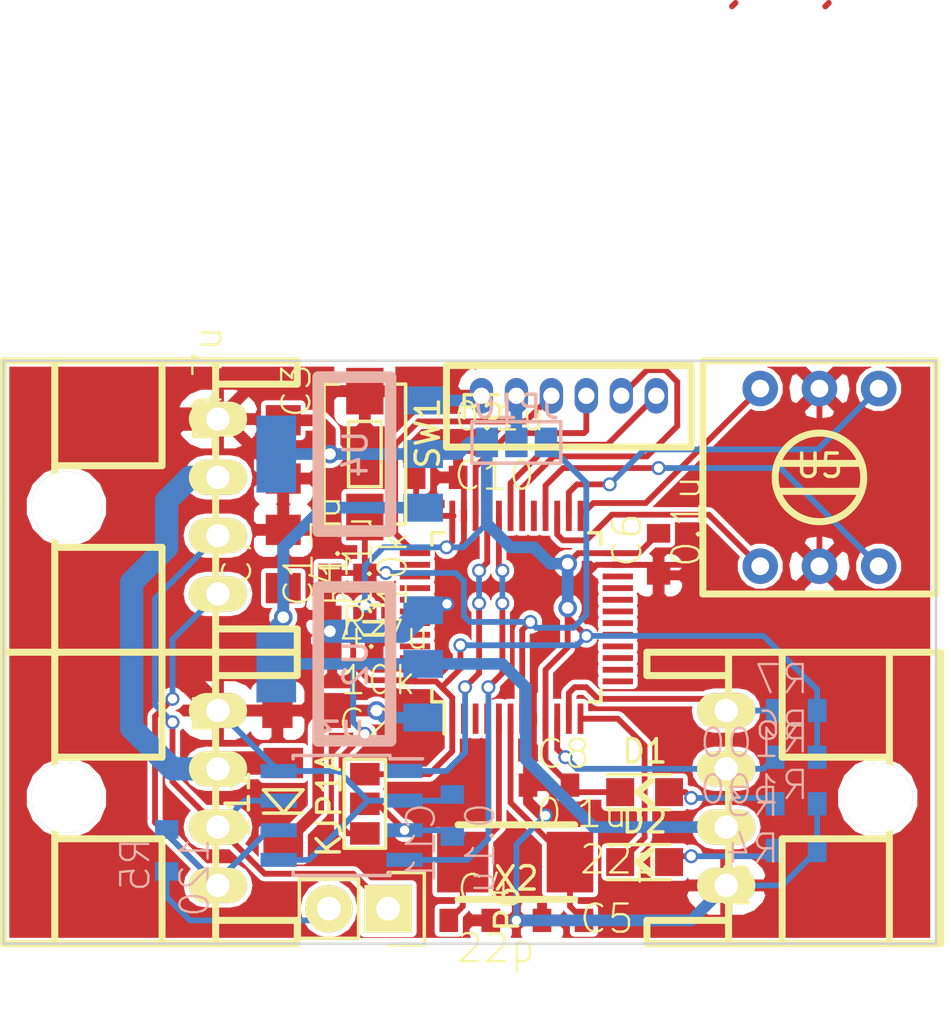
<source format=kicad_pcb>
(kicad_pcb (version 4) (host pcbnew 4.0.5)

  (general
    (links 89)
    (no_connects 0)
    (area -0.050001 -0.050001 40.050001 50.050001)
    (thickness 1.6)
    (drawings 4)
    (tracks 343)
    (zones 0)
    (modules 34)
    (nets 30)
  )

  (page A4)
  (layers
    (0 F.Cu signal)
    (31 B.Cu signal)
    (32 B.Adhes user)
    (33 F.Adhes user)
    (34 B.Paste user)
    (35 F.Paste user)
    (36 B.SilkS user)
    (37 F.SilkS user)
    (38 B.Mask user)
    (39 F.Mask user)
    (40 Dwgs.User user)
    (41 Cmts.User user)
    (42 Eco1.User user)
    (43 Eco2.User user)
    (44 Edge.Cuts user)
    (45 Margin user)
    (46 B.CrtYd user)
    (47 F.CrtYd user)
    (48 B.Fab user)
    (49 F.Fab user)
  )

  (setup
    (last_trace_width 0.25)
    (user_trace_width 0.5)
    (user_trace_width 1)
    (trace_clearance 0.2)
    (zone_clearance 0.2)
    (zone_45_only no)
    (trace_min 0.2)
    (segment_width 0.2)
    (edge_width 0.1)
    (via_size 0.6)
    (via_drill 0.4)
    (via_min_size 0.4)
    (via_min_drill 0.3)
    (user_via 0.8 0.5)
    (uvia_size 0.3)
    (uvia_drill 0.1)
    (uvias_allowed no)
    (uvia_min_size 0.2)
    (uvia_min_drill 0.1)
    (pcb_text_width 0.3)
    (pcb_text_size 1.5 1.5)
    (mod_edge_width 0.15)
    (mod_text_size 1 1)
    (mod_text_width 0.15)
    (pad_size 1.5 1.5)
    (pad_drill 0.6)
    (pad_to_mask_clearance 0)
    (aux_axis_origin 0 0)
    (visible_elements 7FFFFEFF)
    (pcbplotparams
      (layerselection 0x00030_80000001)
      (usegerberextensions false)
      (excludeedgelayer true)
      (linewidth 0.100000)
      (plotframeref false)
      (viasonmask false)
      (mode 1)
      (useauxorigin false)
      (hpglpennumber 1)
      (hpglpenspeed 20)
      (hpglpendiameter 15)
      (hpglpenoverlay 2)
      (psnegative false)
      (psa4output false)
      (plotreference true)
      (plotvalue true)
      (plotinvisibletext false)
      (padsonsilk false)
      (subtractmaskfromsilk false)
      (outputformat 1)
      (mirror false)
      (drillshape 1)
      (scaleselection 1)
      (outputdirectory ""))
  )

  (net 0 "")
  (net 1 GND)
  (net 2 /NRST)
  (net 3 +12V)
  (net 4 +3.3V)
  (net 5 /OSC_IN)
  (net 6 /OSC_OUT)
  (net 7 +5V)
  (net 8 "Net-(D1-Pad2)")
  (net 9 "Net-(D2-Pad2)")
  (net 10 /LED)
  (net 11 "Net-(D11-Pad2)")
  (net 12 "Net-(JP10-Pad2)")
  (net 13 /CAN_L)
  (net 14 /CAN_H)
  (net 15 /ENC_B)
  (net 16 /ENC_A)
  (net 17 /SWCLK)
  (net 18 /SWDIO)
  (net 19 /USART_TX)
  (net 20 /USART_RX)
  (net 21 "Net-(P6-Pad2)")
  (net 22 /SEL_1)
  (net 23 /SEL_2)
  (net 24 /SEL_4)
  (net 25 /SEL_8)
  (net 26 /CAN_RX)
  (net 27 /CAN_TX)
  (net 28 /BOOT0)
  (net 29 "Net-(C11-Pad2)")

  (net_class Default "これは標準のネット クラスです。"
    (clearance 0.2)
    (trace_width 0.25)
    (via_dia 0.6)
    (via_drill 0.4)
    (uvia_dia 0.3)
    (uvia_drill 0.1)
    (add_net +12V)
    (add_net +3.3V)
    (add_net +5V)
    (add_net /BOOT0)
    (add_net /CAN_H)
    (add_net /CAN_L)
    (add_net /CAN_RX)
    (add_net /CAN_TX)
    (add_net /ENC_A)
    (add_net /ENC_B)
    (add_net /LED)
    (add_net /NRST)
    (add_net /OSC_IN)
    (add_net /OSC_OUT)
    (add_net /SEL_1)
    (add_net /SEL_2)
    (add_net /SEL_4)
    (add_net /SEL_8)
    (add_net /SWCLK)
    (add_net /SWDIO)
    (add_net /USART_RX)
    (add_net /USART_TX)
    (add_net GND)
    (add_net "Net-(C11-Pad2)")
    (add_net "Net-(D1-Pad2)")
    (add_net "Net-(D11-Pad2)")
    (add_net "Net-(D2-Pad2)")
    (add_net "Net-(JP10-Pad2)")
    (add_net "Net-(P6-Pad2)")
  )

  (module RP_KiCAD_Connector:XA_4LC (layer F.Cu) (tedit 585B7649) (tstamp 58757517)
    (at 31 22.5 90)
    (path /586F6734)
    (fp_text reference P3 (at 0 0.5 90) (layer F.SilkS)
      (effects (font (size 1 1) (thickness 0.15)))
    )
    (fp_text value CONN_01X04 (at 3.5 8 90) (layer F.Fab)
      (effects (font (size 1 1) (thickness 0.15)))
    )
    (fp_line (start 10 9.2) (end -2.5 9.2) (layer F.SilkS) (width 0.3))
    (fp_line (start 10 -3.4) (end 10 9.2) (layer F.SilkS) (width 0.3))
    (fp_line (start 9 0.1) (end 9 -3.4) (layer F.SilkS) (width 0.3))
    (fp_line (start 9 -3.4) (end 10 -3.4) (layer F.SilkS) (width 0.3))
    (fp_line (start -2.5 0.1) (end 10 0.1) (layer F.SilkS) (width 0.3))
    (fp_line (start 5.5 2.4) (end 5.5 7) (layer F.SilkS) (width 0.3))
    (fp_line (start 5.5 2.4) (end 10 2.4) (layer F.SilkS) (width 0.3))
    (fp_line (start 2 7) (end 2 2.4) (layer F.SilkS) (width 0.3))
    (fp_line (start 2 2.4) (end -2.5 2.4) (layer F.SilkS) (width 0.3))
    (fp_line (start -2.5 7) (end 10 7) (layer F.SilkS) (width 0.3))
    (fp_line (start -2.5 -3.4) (end -2.5 9.2) (layer F.SilkS) (width 0.3))
    (fp_line (start -2.5 -3.4) (end -1.5 -3.4) (layer F.SilkS) (width 0.3))
    (fp_line (start -1.5 -3.4) (end -1.5 0.1) (layer F.SilkS) (width 0.3))
    (pad 1 thru_hole oval (at 0 0 90) (size 1.5 2.5) (drill 1) (layers *.Cu *.Mask F.SilkS)
      (net 1 GND))
    (pad 2 thru_hole oval (at 2.5 0 90) (size 1.5 2.5) (drill 1) (layers *.Cu *.Mask F.SilkS)
      (net 7 +5V))
    (pad 3 thru_hole oval (at 5 0 90) (size 1.5 2.5) (drill 1) (layers *.Cu *.Mask F.SilkS)
      (net 16 /ENC_A))
    (pad 4 thru_hole oval (at 7.5 0 90) (size 1.5 2.5) (drill 1) (layers *.Cu *.Mask F.SilkS)
      (net 15 /ENC_B))
    (pad "" thru_hole circle (at 3.75 6.5 90) (size 3 3) (drill 3) (layers *.Cu *.Mask F.SilkS)
      (clearance -0.3))
    (model conn_XA/XA_4S.wrl
      (at (xyz 0.15 -0.2 0))
      (scale (xyz 4 4 4))
      (rotate (xyz 0 0 180))
    )
  )

  (module RP_KiCAD_Connector:XA_4LC (layer F.Cu) (tedit 585B7649) (tstamp 58757068)
    (at 9.2 15 270)
    (path /57DCDD10)
    (fp_text reference P1 (at 0 0.5 270) (layer F.SilkS)
      (effects (font (size 1 1) (thickness 0.15)))
    )
    (fp_text value CONN_01X04 (at 3.5 8 270) (layer F.Fab)
      (effects (font (size 1 1) (thickness 0.15)))
    )
    (fp_line (start 10 9.2) (end -2.5 9.2) (layer F.SilkS) (width 0.3))
    (fp_line (start 10 -3.4) (end 10 9.2) (layer F.SilkS) (width 0.3))
    (fp_line (start 9 0.1) (end 9 -3.4) (layer F.SilkS) (width 0.3))
    (fp_line (start 9 -3.4) (end 10 -3.4) (layer F.SilkS) (width 0.3))
    (fp_line (start -2.5 0.1) (end 10 0.1) (layer F.SilkS) (width 0.3))
    (fp_line (start 5.5 2.4) (end 5.5 7) (layer F.SilkS) (width 0.3))
    (fp_line (start 5.5 2.4) (end 10 2.4) (layer F.SilkS) (width 0.3))
    (fp_line (start 2 7) (end 2 2.4) (layer F.SilkS) (width 0.3))
    (fp_line (start 2 2.4) (end -2.5 2.4) (layer F.SilkS) (width 0.3))
    (fp_line (start -2.5 7) (end 10 7) (layer F.SilkS) (width 0.3))
    (fp_line (start -2.5 -3.4) (end -2.5 9.2) (layer F.SilkS) (width 0.3))
    (fp_line (start -2.5 -3.4) (end -1.5 -3.4) (layer F.SilkS) (width 0.3))
    (fp_line (start -1.5 -3.4) (end -1.5 0.1) (layer F.SilkS) (width 0.3))
    (pad 1 thru_hole oval (at 0 0 270) (size 1.5 2.5) (drill 1) (layers *.Cu *.Mask F.SilkS)
      (net 1 GND))
    (pad 2 thru_hole oval (at 2.5 0 270) (size 1.5 2.5) (drill 1) (layers *.Cu *.Mask F.SilkS)
      (net 11 "Net-(D11-Pad2)"))
    (pad 3 thru_hole oval (at 5 0 270) (size 1.5 2.5) (drill 1) (layers *.Cu *.Mask F.SilkS)
      (net 14 /CAN_H))
    (pad 4 thru_hole oval (at 7.5 0 270) (size 1.5 2.5) (drill 1) (layers *.Cu *.Mask F.SilkS)
      (net 13 /CAN_L))
    (pad "" thru_hole circle (at 3.75 6.5 270) (size 3 3) (drill 3) (layers *.Cu *.Mask F.SilkS)
      (clearance -0.3))
    (model conn_XA/XA_4S.wrl
      (at (xyz 0.15 -0.2 0))
      (scale (xyz 4 4 4))
      (rotate (xyz 0 0 180))
    )
  )

  (module RP_KiCAD_Libs:C1608_WP (layer F.Cu) (tedit 57C3E677) (tstamp 58705AA5)
    (at 14 10 90)
    (descr <b>CAPACITOR</b>)
    (path /5773C845)
    (fp_text reference C1 (at -0.635 -0.635 90) (layer F.SilkS)
      (effects (font (size 1.2065 1.2065) (thickness 0.1016)) (justify left bottom))
    )
    (fp_text value 0.1u (at -0.635 1.905 90) (layer F.SilkS)
      (effects (font (size 1.2065 1.2065) (thickness 0.1016)) (justify left bottom))
    )
    (fp_line (start -0.356 -0.432) (end 0.356 -0.432) (layer Dwgs.User) (width 0.1016))
    (fp_line (start -0.356 0.419) (end 0.356 0.419) (layer Dwgs.User) (width 0.1016))
    (fp_poly (pts (xy -0.8382 0.4699) (xy -0.3381 0.4699) (xy -0.3381 -0.4801) (xy -0.8382 -0.4801)) (layer Dwgs.User) (width 0))
    (fp_poly (pts (xy 0.3302 0.4699) (xy 0.8303 0.4699) (xy 0.8303 -0.4801) (xy 0.3302 -0.4801)) (layer Dwgs.User) (width 0))
    (fp_poly (pts (xy -0.1999 0.3) (xy 0.1999 0.3) (xy 0.1999 -0.3) (xy -0.1999 -0.3)) (layer F.Adhes) (width 0))
    (pad 1 smd rect (at -0.9 0 90) (size 0.8 1) (layers F.Cu F.Paste F.Mask)
      (net 1 GND))
    (pad 2 smd rect (at 0.9 0 90) (size 0.8 1) (layers F.Cu F.Paste F.Mask)
      (net 2 /NRST))
    (model Resistors_SMD.3dshapes/R_0603.wrl
      (at (xyz 0 0 0))
      (scale (xyz 1 1 1))
      (rotate (xyz 0 0 0))
    )
  )

  (module RP_KiCAD_Libs:C2012 (layer F.Cu) (tedit 0) (tstamp 58705AB0)
    (at 13 15 180)
    (descr <b>CAPACITOR</b>)
    (path /57DCED95)
    (fp_text reference C2 (at -1.27 -1.27 180) (layer F.SilkS)
      (effects (font (size 1.2065 1.2065) (thickness 0.1016)) (justify left bottom))
    )
    (fp_text value 4.7u (at -1.27 2.54 180) (layer F.SilkS)
      (effects (font (size 1.2065 1.2065) (thickness 0.1016)) (justify left bottom))
    )
    (fp_line (start -0.381 -0.66) (end 0.381 -0.66) (layer Dwgs.User) (width 0.1016))
    (fp_line (start -0.356 0.66) (end 0.381 0.66) (layer Dwgs.User) (width 0.1016))
    (fp_poly (pts (xy -1.0922 0.7239) (xy -0.3421 0.7239) (xy -0.3421 -0.7262) (xy -1.0922 -0.7262)) (layer Dwgs.User) (width 0))
    (fp_poly (pts (xy 0.3556 0.7239) (xy 1.1057 0.7239) (xy 1.1057 -0.7262) (xy 0.3556 -0.7262)) (layer Dwgs.User) (width 0))
    (fp_poly (pts (xy -0.1001 0.4001) (xy 0.1001 0.4001) (xy 0.1001 -0.4001) (xy -0.1001 -0.4001)) (layer F.Adhes) (width 0))
    (pad 1 smd rect (at -1.25 0 180) (size 1.3 1.5) (layers F.Cu F.Paste F.Mask)
      (net 3 +12V))
    (pad 2 smd rect (at 1.25 0 180) (size 1.3 1.5) (layers F.Cu F.Paste F.Mask)
      (net 1 GND))
    (model Resistors_SMD.3dshapes/R_0805.wrl
      (at (xyz 0 0 0))
      (scale (xyz 1 1 1))
      (rotate (xyz 0 0 0))
    )
  )

  (module RP_KiCAD_Libs:C2012 (layer F.Cu) (tedit 0) (tstamp 58705ABB)
    (at 12 3.8 270)
    (descr <b>CAPACITOR</b>)
    (path /5815D48B)
    (fp_text reference C3 (at -1.27 -1.27 270) (layer F.SilkS)
      (effects (font (size 1.2065 1.2065) (thickness 0.1016)) (justify left bottom))
    )
    (fp_text value 4.7u (at -1.27 2.54 270) (layer F.SilkS)
      (effects (font (size 1.2065 1.2065) (thickness 0.1016)) (justify left bottom))
    )
    (fp_line (start -0.381 -0.66) (end 0.381 -0.66) (layer Dwgs.User) (width 0.1016))
    (fp_line (start -0.356 0.66) (end 0.381 0.66) (layer Dwgs.User) (width 0.1016))
    (fp_poly (pts (xy -1.0922 0.7239) (xy -0.3421 0.7239) (xy -0.3421 -0.7262) (xy -1.0922 -0.7262)) (layer Dwgs.User) (width 0))
    (fp_poly (pts (xy 0.3556 0.7239) (xy 1.1057 0.7239) (xy 1.1057 -0.7262) (xy 0.3556 -0.7262)) (layer Dwgs.User) (width 0))
    (fp_poly (pts (xy -0.1001 0.4001) (xy 0.1001 0.4001) (xy 0.1001 -0.4001) (xy -0.1001 -0.4001)) (layer F.Adhes) (width 0))
    (pad 1 smd rect (at -1.25 0 270) (size 1.3 1.5) (layers F.Cu F.Paste F.Mask)
      (net 4 +3.3V))
    (pad 2 smd rect (at 1.25 0 270) (size 1.3 1.5) (layers F.Cu F.Paste F.Mask)
      (net 1 GND))
    (model Resistors_SMD.3dshapes/R_0805.wrl
      (at (xyz 0 0 0))
      (scale (xyz 1 1 1))
      (rotate (xyz 0 0 0))
    )
  )

  (module RP_KiCAD_Libs:C1608_WP (layer F.Cu) (tedit 57C3E677) (tstamp 58705AC6)
    (at 20 24)
    (descr <b>CAPACITOR</b>)
    (path /5773C365)
    (fp_text reference C4 (at -0.635 -0.635) (layer F.SilkS)
      (effects (font (size 1.2065 1.2065) (thickness 0.1016)) (justify left bottom))
    )
    (fp_text value 22p (at -0.635 1.905) (layer F.SilkS)
      (effects (font (size 1.2065 1.2065) (thickness 0.1016)) (justify left bottom))
    )
    (fp_line (start -0.356 -0.432) (end 0.356 -0.432) (layer Dwgs.User) (width 0.1016))
    (fp_line (start -0.356 0.419) (end 0.356 0.419) (layer Dwgs.User) (width 0.1016))
    (fp_poly (pts (xy -0.8382 0.4699) (xy -0.3381 0.4699) (xy -0.3381 -0.4801) (xy -0.8382 -0.4801)) (layer Dwgs.User) (width 0))
    (fp_poly (pts (xy 0.3302 0.4699) (xy 0.8303 0.4699) (xy 0.8303 -0.4801) (xy 0.3302 -0.4801)) (layer Dwgs.User) (width 0))
    (fp_poly (pts (xy -0.1999 0.3) (xy 0.1999 0.3) (xy 0.1999 -0.3) (xy -0.1999 -0.3)) (layer F.Adhes) (width 0))
    (pad 1 smd rect (at -0.9 0) (size 0.8 1) (layers F.Cu F.Paste F.Mask)
      (net 5 /OSC_IN))
    (pad 2 smd rect (at 0.9 0) (size 0.8 1) (layers F.Cu F.Paste F.Mask)
      (net 1 GND))
    (model Resistors_SMD.3dshapes/R_0603.wrl
      (at (xyz 0 0 0))
      (scale (xyz 1 1 1))
      (rotate (xyz 0 0 0))
    )
  )

  (module RP_KiCAD_Libs:C1608_WP (layer F.Cu) (tedit 57C3E677) (tstamp 58705AD1)
    (at 24 24 180)
    (descr <b>CAPACITOR</b>)
    (path /5773C36B)
    (fp_text reference C5 (at -0.635 -0.635 180) (layer F.SilkS)
      (effects (font (size 1.2065 1.2065) (thickness 0.1016)) (justify left bottom))
    )
    (fp_text value 22p (at -0.635 1.905 180) (layer F.SilkS)
      (effects (font (size 1.2065 1.2065) (thickness 0.1016)) (justify left bottom))
    )
    (fp_line (start -0.356 -0.432) (end 0.356 -0.432) (layer Dwgs.User) (width 0.1016))
    (fp_line (start -0.356 0.419) (end 0.356 0.419) (layer Dwgs.User) (width 0.1016))
    (fp_poly (pts (xy -0.8382 0.4699) (xy -0.3381 0.4699) (xy -0.3381 -0.4801) (xy -0.8382 -0.4801)) (layer Dwgs.User) (width 0))
    (fp_poly (pts (xy 0.3302 0.4699) (xy 0.8303 0.4699) (xy 0.8303 -0.4801) (xy 0.3302 -0.4801)) (layer Dwgs.User) (width 0))
    (fp_poly (pts (xy -0.1999 0.3) (xy 0.1999 0.3) (xy 0.1999 -0.3) (xy -0.1999 -0.3)) (layer F.Adhes) (width 0))
    (pad 1 smd rect (at -0.9 0 180) (size 0.8 1) (layers F.Cu F.Paste F.Mask)
      (net 6 /OSC_OUT))
    (pad 2 smd rect (at 0.9 0 180) (size 0.8 1) (layers F.Cu F.Paste F.Mask)
      (net 1 GND))
    (model Resistors_SMD.3dshapes/R_0603.wrl
      (at (xyz 0 0 0))
      (scale (xyz 1 1 1))
      (rotate (xyz 0 0 0))
    )
  )

  (module RP_KiCAD_Libs:C1608_WP (layer F.Cu) (tedit 57C3E677) (tstamp 58705ADC)
    (at 28.1 8.3 90)
    (descr <b>CAPACITOR</b>)
    (path /586F7A9C)
    (fp_text reference C6 (at -0.635 -0.635 90) (layer F.SilkS)
      (effects (font (size 1.2065 1.2065) (thickness 0.1016)) (justify left bottom))
    )
    (fp_text value 0.1u (at -0.635 1.905 90) (layer F.SilkS)
      (effects (font (size 1.2065 1.2065) (thickness 0.1016)) (justify left bottom))
    )
    (fp_line (start -0.356 -0.432) (end 0.356 -0.432) (layer Dwgs.User) (width 0.1016))
    (fp_line (start -0.356 0.419) (end 0.356 0.419) (layer Dwgs.User) (width 0.1016))
    (fp_poly (pts (xy -0.8382 0.4699) (xy -0.3381 0.4699) (xy -0.3381 -0.4801) (xy -0.8382 -0.4801)) (layer Dwgs.User) (width 0))
    (fp_poly (pts (xy 0.3302 0.4699) (xy 0.8303 0.4699) (xy 0.8303 -0.4801) (xy 0.3302 -0.4801)) (layer Dwgs.User) (width 0))
    (fp_poly (pts (xy -0.1999 0.3) (xy 0.1999 0.3) (xy 0.1999 -0.3) (xy -0.1999 -0.3)) (layer F.Adhes) (width 0))
    (pad 1 smd rect (at -0.9 0 90) (size 0.8 1) (layers F.Cu F.Paste F.Mask)
      (net 1 GND))
    (pad 2 smd rect (at 0.9 0 90) (size 0.8 1) (layers F.Cu F.Paste F.Mask)
      (net 4 +3.3V))
    (model Resistors_SMD.3dshapes/R_0603.wrl
      (at (xyz 0 0 0))
      (scale (xyz 1 1 1))
      (rotate (xyz 0 0 0))
    )
  )

  (module RP_KiCAD_Libs:C2012 (layer F.Cu) (tedit 0) (tstamp 58705AE7)
    (at 12 8.5 90)
    (descr <b>CAPACITOR</b>)
    (path /57DCED4E)
    (fp_text reference C7 (at -1.27 -1.27 90) (layer F.SilkS)
      (effects (font (size 1.2065 1.2065) (thickness 0.1016)) (justify left bottom))
    )
    (fp_text value 4.7u (at -1.27 2.54 90) (layer F.SilkS)
      (effects (font (size 1.2065 1.2065) (thickness 0.1016)) (justify left bottom))
    )
    (fp_line (start -0.381 -0.66) (end 0.381 -0.66) (layer Dwgs.User) (width 0.1016))
    (fp_line (start -0.356 0.66) (end 0.381 0.66) (layer Dwgs.User) (width 0.1016))
    (fp_poly (pts (xy -1.0922 0.7239) (xy -0.3421 0.7239) (xy -0.3421 -0.7262) (xy -1.0922 -0.7262)) (layer Dwgs.User) (width 0))
    (fp_poly (pts (xy 0.3556 0.7239) (xy 1.1057 0.7239) (xy 1.1057 -0.7262) (xy 0.3556 -0.7262)) (layer Dwgs.User) (width 0))
    (fp_poly (pts (xy -0.1001 0.4001) (xy 0.1001 0.4001) (xy 0.1001 -0.4001) (xy -0.1001 -0.4001)) (layer F.Adhes) (width 0))
    (pad 1 smd rect (at -1.25 0 90) (size 1.3 1.5) (layers F.Cu F.Paste F.Mask)
      (net 7 +5V))
    (pad 2 smd rect (at 1.25 0 90) (size 1.3 1.5) (layers F.Cu F.Paste F.Mask)
      (net 1 GND))
    (model Resistors_SMD.3dshapes/R_0805.wrl
      (at (xyz 0 0 0))
      (scale (xyz 1 1 1))
      (rotate (xyz 0 0 0))
    )
  )

  (module RP_KiCAD_Libs:C1608_WP (layer F.Cu) (tedit 57C3E677) (tstamp 58705AF2)
    (at 23.4 18.2)
    (descr <b>CAPACITOR</b>)
    (path /581BF2D3)
    (fp_text reference C8 (at -0.635 -0.635) (layer F.SilkS)
      (effects (font (size 1.2065 1.2065) (thickness 0.1016)) (justify left bottom))
    )
    (fp_text value 0.1u (at -0.635 1.905) (layer F.SilkS)
      (effects (font (size 1.2065 1.2065) (thickness 0.1016)) (justify left bottom))
    )
    (fp_line (start -0.356 -0.432) (end 0.356 -0.432) (layer Dwgs.User) (width 0.1016))
    (fp_line (start -0.356 0.419) (end 0.356 0.419) (layer Dwgs.User) (width 0.1016))
    (fp_poly (pts (xy -0.8382 0.4699) (xy -0.3381 0.4699) (xy -0.3381 -0.4801) (xy -0.8382 -0.4801)) (layer Dwgs.User) (width 0))
    (fp_poly (pts (xy 0.3302 0.4699) (xy 0.8303 0.4699) (xy 0.8303 -0.4801) (xy 0.3302 -0.4801)) (layer Dwgs.User) (width 0))
    (fp_poly (pts (xy -0.1999 0.3) (xy 0.1999 0.3) (xy 0.1999 -0.3) (xy -0.1999 -0.3)) (layer F.Adhes) (width 0))
    (pad 1 smd rect (at -0.9 0) (size 0.8 1) (layers F.Cu F.Paste F.Mask)
      (net 1 GND))
    (pad 2 smd rect (at 0.9 0) (size 0.8 1) (layers F.Cu F.Paste F.Mask)
      (net 4 +3.3V))
    (model Resistors_SMD.3dshapes/R_0603.wrl
      (at (xyz 0 0 0))
      (scale (xyz 1 1 1))
      (rotate (xyz 0 0 0))
    )
  )

  (module RP_KiCAD_Libs:C1608_WP (layer F.Cu) (tedit 57C3E677) (tstamp 58705B08)
    (at 18.6 5 180)
    (descr <b>CAPACITOR</b>)
    (path /586F7A8A)
    (fp_text reference C10 (at -0.635 -0.635 180) (layer F.SilkS)
      (effects (font (size 1.2065 1.2065) (thickness 0.1016)) (justify left bottom))
    )
    (fp_text value 0.1u (at -0.635 1.905 180) (layer F.SilkS)
      (effects (font (size 1.2065 1.2065) (thickness 0.1016)) (justify left bottom))
    )
    (fp_line (start -0.356 -0.432) (end 0.356 -0.432) (layer Dwgs.User) (width 0.1016))
    (fp_line (start -0.356 0.419) (end 0.356 0.419) (layer Dwgs.User) (width 0.1016))
    (fp_poly (pts (xy -0.8382 0.4699) (xy -0.3381 0.4699) (xy -0.3381 -0.4801) (xy -0.8382 -0.4801)) (layer Dwgs.User) (width 0))
    (fp_poly (pts (xy 0.3302 0.4699) (xy 0.8303 0.4699) (xy 0.8303 -0.4801) (xy 0.3302 -0.4801)) (layer Dwgs.User) (width 0))
    (fp_poly (pts (xy -0.1999 0.3) (xy 0.1999 0.3) (xy 0.1999 -0.3) (xy -0.1999 -0.3)) (layer F.Adhes) (width 0))
    (pad 1 smd rect (at -0.9 0 180) (size 0.8 1) (layers F.Cu F.Paste F.Mask)
      (net 1 GND))
    (pad 2 smd rect (at 0.9 0 180) (size 0.8 1) (layers F.Cu F.Paste F.Mask)
      (net 4 +3.3V))
    (model Resistors_SMD.3dshapes/R_0603.wrl
      (at (xyz 0 0 0))
      (scale (xyz 1 1 1))
      (rotate (xyz 0 0 0))
    )
  )

  (module RP_KiCAD_Libs:C1608_WP (layer B.Cu) (tedit 57C3E677) (tstamp 58705B13)
    (at 19.25 19.5 270)
    (descr <b>CAPACITOR</b>)
    (path /586F8127)
    (fp_text reference C11 (at -0.635 0.635 270) (layer B.SilkS)
      (effects (font (size 1.2065 1.2065) (thickness 0.1016)) (justify left bottom mirror))
    )
    (fp_text value 0.1u (at -0.635 -1.905 270) (layer B.SilkS)
      (effects (font (size 1.2065 1.2065) (thickness 0.1016)) (justify left bottom mirror))
    )
    (fp_line (start -0.356 0.432) (end 0.356 0.432) (layer Dwgs.User) (width 0.1016))
    (fp_line (start -0.356 -0.419) (end 0.356 -0.419) (layer Dwgs.User) (width 0.1016))
    (fp_poly (pts (xy -0.8382 -0.4699) (xy -0.3381 -0.4699) (xy -0.3381 0.4801) (xy -0.8382 0.4801)) (layer Dwgs.User) (width 0))
    (fp_poly (pts (xy 0.3302 -0.4699) (xy 0.8303 -0.4699) (xy 0.8303 0.4801) (xy 0.3302 0.4801)) (layer Dwgs.User) (width 0))
    (fp_poly (pts (xy -0.1999 -0.3) (xy 0.1999 -0.3) (xy 0.1999 0.3) (xy -0.1999 0.3)) (layer B.Adhes) (width 0))
    (pad 1 smd rect (at -0.9 0 270) (size 0.8 1) (layers B.Cu B.Paste B.Mask)
      (net 1 GND))
    (pad 2 smd rect (at 0.9 0 270) (size 0.8 1) (layers B.Cu B.Paste B.Mask)
      (net 29 "Net-(C11-Pad2)"))
    (model Resistors_SMD.3dshapes/R_0603.wrl
      (at (xyz 0 0 0))
      (scale (xyz 1 1 1))
      (rotate (xyz 0 0 0))
    )
  )

  (module LEDs:LED_0805 (layer F.Cu) (tedit 57EDF824) (tstamp 58705B21)
    (at 27.5 18.5)
    (descr "LED 0805 smd package")
    (tags "LED 0805 SMD")
    (path /57DD2FEB)
    (attr smd)
    (fp_text reference D1 (at 0 -1.75) (layer F.SilkS)
      (effects (font (size 1 1) (thickness 0.15)))
    )
    (fp_text value LED (at 0 1.75) (layer F.Fab)
      (effects (font (size 1 1) (thickness 0.15)))
    )
    (fp_line (start -0.3 0) (end 0.3 0.5) (layer F.SilkS) (width 0.3))
    (fp_line (start -0.3 0) (end 0.3 -0.5) (layer F.SilkS) (width 0.3))
    (fp_line (start -1.6 0.75) (end 1.1 0.75) (layer F.SilkS) (width 0.15))
    (fp_line (start -1.6 -0.75) (end 1.1 -0.75) (layer F.SilkS) (width 0.15))
    (fp_line (start 1.9 -0.95) (end 1.9 0.95) (layer F.CrtYd) (width 0.05))
    (fp_line (start 1.9 0.95) (end -1.9 0.95) (layer F.CrtYd) (width 0.05))
    (fp_line (start -1.9 0.95) (end -1.9 -0.95) (layer F.CrtYd) (width 0.05))
    (fp_line (start -1.9 -0.95) (end 1.9 -0.95) (layer F.CrtYd) (width 0.05))
    (pad 2 smd rect (at 1.04902 0 180) (size 1.19888 1.19888) (layers F.Cu F.Paste F.Mask)
      (net 8 "Net-(D1-Pad2)"))
    (pad 1 smd rect (at -1.04902 0 180) (size 1.19888 1.19888) (layers F.Cu F.Paste F.Mask)
      (net 4 +3.3V))
    (model LEDs.3dshapes/LED_0805.wrl
      (at (xyz 0 0 0))
      (scale (xyz 1 1 1))
      (rotate (xyz 0 0 0))
    )
  )

  (module LEDs:LED_0805 (layer F.Cu) (tedit 57EDF824) (tstamp 58705B2F)
    (at 27.5 21.5)
    (descr "LED 0805 smd package")
    (tags "LED 0805 SMD")
    (path /57DD3BCB)
    (attr smd)
    (fp_text reference D2 (at 0 -1.75) (layer F.SilkS)
      (effects (font (size 1 1) (thickness 0.15)))
    )
    (fp_text value LED (at 0 1.75) (layer F.Fab)
      (effects (font (size 1 1) (thickness 0.15)))
    )
    (fp_line (start -0.3 0) (end 0.3 0.5) (layer F.SilkS) (width 0.3))
    (fp_line (start -0.3 0) (end 0.3 -0.5) (layer F.SilkS) (width 0.3))
    (fp_line (start -1.6 0.75) (end 1.1 0.75) (layer F.SilkS) (width 0.15))
    (fp_line (start -1.6 -0.75) (end 1.1 -0.75) (layer F.SilkS) (width 0.15))
    (fp_line (start 1.9 -0.95) (end 1.9 0.95) (layer F.CrtYd) (width 0.05))
    (fp_line (start 1.9 0.95) (end -1.9 0.95) (layer F.CrtYd) (width 0.05))
    (fp_line (start -1.9 0.95) (end -1.9 -0.95) (layer F.CrtYd) (width 0.05))
    (fp_line (start -1.9 -0.95) (end 1.9 -0.95) (layer F.CrtYd) (width 0.05))
    (pad 2 smd rect (at 1.04902 0 180) (size 1.19888 1.19888) (layers F.Cu F.Paste F.Mask)
      (net 9 "Net-(D2-Pad2)"))
    (pad 1 smd rect (at -1.04902 0 180) (size 1.19888 1.19888) (layers F.Cu F.Paste F.Mask)
      (net 10 /LED))
    (model LEDs.3dshapes/LED_0805.wrl
      (at (xyz 0 0 0))
      (scale (xyz 1 1 1))
      (rotate (xyz 0 0 0))
    )
  )

  (module Connect:GS3 (layer B.Cu) (tedit 0) (tstamp 58705B4F)
    (at 22 3.5 90)
    (descr "Pontet Goute de soudure")
    (path /5815AB47)
    (attr virtual)
    (fp_text reference JP10 (at 1.524 0 360) (layer B.SilkS)
      (effects (font (size 1 1) (thickness 0.15)) (justify mirror))
    )
    (fp_text value JUMPER3 (at 1.524 0 360) (layer B.Fab)
      (effects (font (size 1 1) (thickness 0.15)) (justify mirror))
    )
    (fp_line (start -0.889 1.905) (end -0.889 -1.905) (layer B.SilkS) (width 0.15))
    (fp_line (start -0.889 -1.905) (end 0.889 -1.905) (layer B.SilkS) (width 0.15))
    (fp_line (start 0.889 -1.905) (end 0.889 1.905) (layer B.SilkS) (width 0.15))
    (fp_line (start -0.889 1.905) (end 0.889 1.905) (layer B.SilkS) (width 0.15))
    (pad 1 smd rect (at 0 1.27 90) (size 1.27 0.9652) (layers B.Cu B.Paste B.Mask)
      (net 2 /NRST))
    (pad 2 smd rect (at 0 0 90) (size 1.27 0.9652) (layers B.Cu B.Paste B.Mask)
      (net 12 "Net-(JP10-Pad2)"))
    (pad 3 smd rect (at 0 -1.27 90) (size 1.27 0.9652) (layers B.Cu B.Paste B.Mask)
      (net 4 +3.3V))
  )

  (module RP_KiCAD_Connector:ZH_6T (layer F.Cu) (tedit 585B7582) (tstamp 58705B8D)
    (at 20.5 1.5)
    (path /57DDCDDC)
    (fp_text reference P5 (at 0 0.5) (layer F.SilkS)
      (effects (font (size 1 1) (thickness 0.15)))
    )
    (fp_text value CONN_01X06 (at 3.5 1.5) (layer F.Fab)
      (effects (font (size 1 1) (thickness 0.15)))
    )
    (fp_line (start -1.5 -1.3) (end 9 -1.3) (layer F.SilkS) (width 0.3))
    (fp_line (start 9 -1.3) (end 9 2.2) (layer F.SilkS) (width 0.3))
    (fp_line (start 9 2.2) (end -1.5 2.2) (layer F.SilkS) (width 0.3))
    (fp_line (start -1.5 2.2) (end -1.5 -1.3) (layer F.SilkS) (width 0.3))
    (pad 1 thru_hole oval (at 0 0) (size 1 1.524) (drill 0.7) (layers *.Cu *.Mask)
      (net 1 GND))
    (pad 2 thru_hole oval (at 1.5 0) (size 1 1.524) (drill 0.7) (layers *.Cu *.Mask)
      (net 12 "Net-(JP10-Pad2)"))
    (pad 3 thru_hole oval (at 3 0) (size 1 1.524) (drill 0.7) (layers *.Cu *.Mask)
      (net 17 /SWCLK))
    (pad 4 thru_hole oval (at 4.5 0) (size 1 1.524) (drill 0.7) (layers *.Cu *.Mask)
      (net 18 /SWDIO))
    (pad 5 thru_hole oval (at 6 0) (size 1 1.524) (drill 0.7) (layers *.Cu *.Mask)
      (net 19 /USART_TX))
    (pad 6 thru_hole oval (at 7.5 0) (size 1 1.524) (drill 0.7) (layers *.Cu *.Mask)
      (net 20 /USART_RX))
    (model conn_ZRandZH/ZH_6T.wrl
      (at (xyz 0.148 0.05 0))
      (scale (xyz 4 4 4))
      (rotate (xyz -90 0 180))
    )
  )

  (module Pin_Headers:Pin_Header_Straight_1x02 (layer F.Cu) (tedit 54EA090C) (tstamp 58705B9E)
    (at 16.5 23.5 270)
    (descr "Through hole pin header")
    (tags "pin header")
    (path /57E11162)
    (fp_text reference P6 (at 0 -5.1 270) (layer F.SilkS)
      (effects (font (size 1 1) (thickness 0.15)))
    )
    (fp_text value CONN_01X02 (at 0 -3.1 270) (layer F.Fab)
      (effects (font (size 1 1) (thickness 0.15)))
    )
    (fp_line (start 1.27 1.27) (end 1.27 3.81) (layer F.SilkS) (width 0.15))
    (fp_line (start 1.55 -1.55) (end 1.55 0) (layer F.SilkS) (width 0.15))
    (fp_line (start -1.75 -1.75) (end -1.75 4.3) (layer F.CrtYd) (width 0.05))
    (fp_line (start 1.75 -1.75) (end 1.75 4.3) (layer F.CrtYd) (width 0.05))
    (fp_line (start -1.75 -1.75) (end 1.75 -1.75) (layer F.CrtYd) (width 0.05))
    (fp_line (start -1.75 4.3) (end 1.75 4.3) (layer F.CrtYd) (width 0.05))
    (fp_line (start 1.27 1.27) (end -1.27 1.27) (layer F.SilkS) (width 0.15))
    (fp_line (start -1.55 0) (end -1.55 -1.55) (layer F.SilkS) (width 0.15))
    (fp_line (start -1.55 -1.55) (end 1.55 -1.55) (layer F.SilkS) (width 0.15))
    (fp_line (start -1.27 1.27) (end -1.27 3.81) (layer F.SilkS) (width 0.15))
    (fp_line (start -1.27 3.81) (end 1.27 3.81) (layer F.SilkS) (width 0.15))
    (pad 1 thru_hole rect (at 0 0 270) (size 2.032 2.032) (drill 1.016) (layers *.Cu *.Mask F.SilkS)
      (net 14 /CAN_H))
    (pad 2 thru_hole oval (at 0 2.54 270) (size 2.032 2.032) (drill 1.016) (layers *.Cu *.Mask F.SilkS)
      (net 21 "Net-(P6-Pad2)"))
    (model Pin_Headers.3dshapes/Pin_Header_Straight_1x02.wrl
      (at (xyz 0 -0.05 0))
      (scale (xyz 1 1 1))
      (rotate (xyz 0 0 90))
    )
  )

  (module RP_KiCAD_Libs:C1608_WP (layer F.Cu) (tedit 57C3E677) (tstamp 58705BA9)
    (at 15.5 10 90)
    (descr <b>CAPACITOR</b>)
    (path /5773CB7C)
    (fp_text reference R1 (at -0.635 -0.635 90) (layer F.SilkS)
      (effects (font (size 1.2065 1.2065) (thickness 0.1016)) (justify left bottom))
    )
    (fp_text value 10k (at -0.635 1.905 90) (layer F.SilkS)
      (effects (font (size 1.2065 1.2065) (thickness 0.1016)) (justify left bottom))
    )
    (fp_line (start -0.356 -0.432) (end 0.356 -0.432) (layer Dwgs.User) (width 0.1016))
    (fp_line (start -0.356 0.419) (end 0.356 0.419) (layer Dwgs.User) (width 0.1016))
    (fp_poly (pts (xy -0.8382 0.4699) (xy -0.3381 0.4699) (xy -0.3381 -0.4801) (xy -0.8382 -0.4801)) (layer Dwgs.User) (width 0))
    (fp_poly (pts (xy 0.3302 0.4699) (xy 0.8303 0.4699) (xy 0.8303 -0.4801) (xy 0.3302 -0.4801)) (layer Dwgs.User) (width 0))
    (fp_poly (pts (xy -0.1999 0.3) (xy 0.1999 0.3) (xy 0.1999 -0.3) (xy -0.1999 -0.3)) (layer F.Adhes) (width 0))
    (pad 1 smd rect (at -0.9 0 90) (size 0.8 1) (layers F.Cu F.Paste F.Mask)
      (net 4 +3.3V))
    (pad 2 smd rect (at 0.9 0 90) (size 0.8 1) (layers F.Cu F.Paste F.Mask)
      (net 2 /NRST))
    (model Resistors_SMD.3dshapes/R_0603.wrl
      (at (xyz 0 0 0))
      (scale (xyz 1 1 1))
      (rotate (xyz 0 0 0))
    )
  )

  (module RP_KiCAD_Libs:C1608_WP (layer F.Cu) (tedit 57C3E677) (tstamp 58705BB4)
    (at 15 12.5)
    (descr <b>CAPACITOR</b>)
    (path /5773D19C)
    (fp_text reference R2 (at -0.635 -0.635) (layer F.SilkS)
      (effects (font (size 1.2065 1.2065) (thickness 0.1016)) (justify left bottom))
    )
    (fp_text value 10k (at -0.635 1.905) (layer F.SilkS)
      (effects (font (size 1.2065 1.2065) (thickness 0.1016)) (justify left bottom))
    )
    (fp_line (start -0.356 -0.432) (end 0.356 -0.432) (layer Dwgs.User) (width 0.1016))
    (fp_line (start -0.356 0.419) (end 0.356 0.419) (layer Dwgs.User) (width 0.1016))
    (fp_poly (pts (xy -0.8382 0.4699) (xy -0.3381 0.4699) (xy -0.3381 -0.4801) (xy -0.8382 -0.4801)) (layer Dwgs.User) (width 0))
    (fp_poly (pts (xy 0.3302 0.4699) (xy 0.8303 0.4699) (xy 0.8303 -0.4801) (xy 0.3302 -0.4801)) (layer Dwgs.User) (width 0))
    (fp_poly (pts (xy -0.1999 0.3) (xy 0.1999 0.3) (xy 0.1999 -0.3) (xy -0.1999 -0.3)) (layer F.Adhes) (width 0))
    (pad 1 smd rect (at -0.9 0) (size 0.8 1) (layers F.Cu F.Paste F.Mask)
      (net 1 GND))
    (pad 2 smd rect (at 0.9 0) (size 0.8 1) (layers F.Cu F.Paste F.Mask)
      (net 28 /BOOT0))
    (model Resistors_SMD.3dshapes/R_0603.wrl
      (at (xyz 0 0 0))
      (scale (xyz 1 1 1))
      (rotate (xyz 0 0 0))
    )
  )

  (module RP_KiCAD_Libs:C1608_WP (layer B.Cu) (tedit 57C3E677) (tstamp 58705BBF)
    (at 34 19)
    (descr <b>CAPACITOR</b>)
    (path /57DD3091)
    (fp_text reference R3 (at -0.635 0.635) (layer B.SilkS)
      (effects (font (size 1.2065 1.2065) (thickness 0.1016)) (justify left bottom mirror))
    )
    (fp_text value 100 (at -0.635 -1.905) (layer B.SilkS)
      (effects (font (size 1.2065 1.2065) (thickness 0.1016)) (justify left bottom mirror))
    )
    (fp_line (start -0.356 0.432) (end 0.356 0.432) (layer Dwgs.User) (width 0.1016))
    (fp_line (start -0.356 -0.419) (end 0.356 -0.419) (layer Dwgs.User) (width 0.1016))
    (fp_poly (pts (xy -0.8382 -0.4699) (xy -0.3381 -0.4699) (xy -0.3381 0.4801) (xy -0.8382 0.4801)) (layer Dwgs.User) (width 0))
    (fp_poly (pts (xy 0.3302 -0.4699) (xy 0.8303 -0.4699) (xy 0.8303 0.4801) (xy 0.3302 0.4801)) (layer Dwgs.User) (width 0))
    (fp_poly (pts (xy -0.1999 -0.3) (xy 0.1999 -0.3) (xy 0.1999 0.3) (xy -0.1999 0.3)) (layer B.Adhes) (width 0))
    (pad 1 smd rect (at -0.9 0) (size 0.8 1) (layers B.Cu B.Paste B.Mask)
      (net 8 "Net-(D1-Pad2)"))
    (pad 2 smd rect (at 0.9 0) (size 0.8 1) (layers B.Cu B.Paste B.Mask)
      (net 1 GND))
    (model Resistors_SMD.3dshapes/R_0603.wrl
      (at (xyz 0 0 0))
      (scale (xyz 1 1 1))
      (rotate (xyz 0 0 0))
    )
  )

  (module RP_KiCAD_Libs:C1608_WP (layer B.Cu) (tedit 57C3E677) (tstamp 58705BCA)
    (at 34 21)
    (descr <b>CAPACITOR</b>)
    (path /57DD3BD1)
    (fp_text reference R4 (at -0.635 0.635) (layer B.SilkS)
      (effects (font (size 1.2065 1.2065) (thickness 0.1016)) (justify left bottom mirror))
    )
    (fp_text value 100 (at -0.635 -1.905) (layer B.SilkS)
      (effects (font (size 1.2065 1.2065) (thickness 0.1016)) (justify left bottom mirror))
    )
    (fp_line (start -0.356 0.432) (end 0.356 0.432) (layer Dwgs.User) (width 0.1016))
    (fp_line (start -0.356 -0.419) (end 0.356 -0.419) (layer Dwgs.User) (width 0.1016))
    (fp_poly (pts (xy -0.8382 -0.4699) (xy -0.3381 -0.4699) (xy -0.3381 0.4801) (xy -0.8382 0.4801)) (layer Dwgs.User) (width 0))
    (fp_poly (pts (xy 0.3302 -0.4699) (xy 0.8303 -0.4699) (xy 0.8303 0.4801) (xy 0.3302 0.4801)) (layer Dwgs.User) (width 0))
    (fp_poly (pts (xy -0.1999 -0.3) (xy 0.1999 -0.3) (xy 0.1999 0.3) (xy -0.1999 0.3)) (layer B.Adhes) (width 0))
    (pad 1 smd rect (at -0.9 0) (size 0.8 1) (layers B.Cu B.Paste B.Mask)
      (net 9 "Net-(D2-Pad2)"))
    (pad 2 smd rect (at 0.9 0) (size 0.8 1) (layers B.Cu B.Paste B.Mask)
      (net 1 GND))
    (model Resistors_SMD.3dshapes/R_0603.wrl
      (at (xyz 0 0 0))
      (scale (xyz 1 1 1))
      (rotate (xyz 0 0 0))
    )
  )

  (module RP_KiCAD_Libs:C1608_WP (layer B.Cu) (tedit 57C3E677) (tstamp 58705BD5)
    (at 7 21 270)
    (descr <b>CAPACITOR</b>)
    (path /57E111F2)
    (fp_text reference R5 (at -0.635 0.635 270) (layer B.SilkS)
      (effects (font (size 1.2065 1.2065) (thickness 0.1016)) (justify left bottom mirror))
    )
    (fp_text value 120 (at -0.635 -1.905 270) (layer B.SilkS)
      (effects (font (size 1.2065 1.2065) (thickness 0.1016)) (justify left bottom mirror))
    )
    (fp_line (start -0.356 0.432) (end 0.356 0.432) (layer Dwgs.User) (width 0.1016))
    (fp_line (start -0.356 -0.419) (end 0.356 -0.419) (layer Dwgs.User) (width 0.1016))
    (fp_poly (pts (xy -0.8382 -0.4699) (xy -0.3381 -0.4699) (xy -0.3381 0.4801) (xy -0.8382 0.4801)) (layer Dwgs.User) (width 0))
    (fp_poly (pts (xy 0.3302 -0.4699) (xy 0.8303 -0.4699) (xy 0.8303 0.4801) (xy 0.3302 0.4801)) (layer Dwgs.User) (width 0))
    (fp_poly (pts (xy -0.1999 -0.3) (xy 0.1999 -0.3) (xy 0.1999 0.3) (xy -0.1999 0.3)) (layer B.Adhes) (width 0))
    (pad 1 smd rect (at -0.9 0 270) (size 0.8 1) (layers B.Cu B.Paste B.Mask)
      (net 13 /CAN_L))
    (pad 2 smd rect (at 0.9 0 270) (size 0.8 1) (layers B.Cu B.Paste B.Mask)
      (net 21 "Net-(P6-Pad2)"))
    (model Resistors_SMD.3dshapes/R_0603.wrl
      (at (xyz 0 0 0))
      (scale (xyz 1 1 1))
      (rotate (xyz 0 0 0))
    )
  )

  (module RP_KiCAD_Libs:C1608_WP (layer B.Cu) (tedit 57C3E677) (tstamp 58705BE0)
    (at 34 17 180)
    (descr <b>CAPACITOR</b>)
    (path /58700099)
    (fp_text reference R6 (at -0.635 0.635 180) (layer B.SilkS)
      (effects (font (size 1.2065 1.2065) (thickness 0.1016)) (justify left bottom mirror))
    )
    (fp_text value R (at -0.635 -1.905 180) (layer B.SilkS)
      (effects (font (size 1.2065 1.2065) (thickness 0.1016)) (justify left bottom mirror))
    )
    (fp_line (start -0.356 0.432) (end 0.356 0.432) (layer Dwgs.User) (width 0.1016))
    (fp_line (start -0.356 -0.419) (end 0.356 -0.419) (layer Dwgs.User) (width 0.1016))
    (fp_poly (pts (xy -0.8382 -0.4699) (xy -0.3381 -0.4699) (xy -0.3381 0.4801) (xy -0.8382 0.4801)) (layer Dwgs.User) (width 0))
    (fp_poly (pts (xy 0.3302 -0.4699) (xy 0.8303 -0.4699) (xy 0.8303 0.4801) (xy 0.3302 0.4801)) (layer Dwgs.User) (width 0))
    (fp_poly (pts (xy -0.1999 -0.3) (xy 0.1999 -0.3) (xy 0.1999 0.3) (xy -0.1999 0.3)) (layer B.Adhes) (width 0))
    (pad 1 smd rect (at -0.9 0 180) (size 0.8 1) (layers B.Cu B.Paste B.Mask)
      (net 4 +3.3V))
    (pad 2 smd rect (at 0.9 0 180) (size 0.8 1) (layers B.Cu B.Paste B.Mask)
      (net 16 /ENC_A))
    (model Resistors_SMD.3dshapes/R_0603.wrl
      (at (xyz 0 0 0))
      (scale (xyz 1 1 1))
      (rotate (xyz 0 0 0))
    )
  )

  (module RP_KiCAD_Libs:C1608_WP (layer B.Cu) (tedit 57C3E677) (tstamp 58705BEB)
    (at 34 15 180)
    (descr <b>CAPACITOR</b>)
    (path /5870012D)
    (fp_text reference R7 (at -0.635 0.635 180) (layer B.SilkS)
      (effects (font (size 1.2065 1.2065) (thickness 0.1016)) (justify left bottom mirror))
    )
    (fp_text value R (at -0.635 -1.905 180) (layer B.SilkS)
      (effects (font (size 1.2065 1.2065) (thickness 0.1016)) (justify left bottom mirror))
    )
    (fp_line (start -0.356 0.432) (end 0.356 0.432) (layer Dwgs.User) (width 0.1016))
    (fp_line (start -0.356 -0.419) (end 0.356 -0.419) (layer Dwgs.User) (width 0.1016))
    (fp_poly (pts (xy -0.8382 -0.4699) (xy -0.3381 -0.4699) (xy -0.3381 0.4801) (xy -0.8382 0.4801)) (layer Dwgs.User) (width 0))
    (fp_poly (pts (xy 0.3302 -0.4699) (xy 0.8303 -0.4699) (xy 0.8303 0.4801) (xy 0.3302 0.4801)) (layer Dwgs.User) (width 0))
    (fp_poly (pts (xy -0.1999 -0.3) (xy 0.1999 -0.3) (xy 0.1999 0.3) (xy -0.1999 0.3)) (layer B.Adhes) (width 0))
    (pad 1 smd rect (at -0.9 0 180) (size 0.8 1) (layers B.Cu B.Paste B.Mask)
      (net 4 +3.3V))
    (pad 2 smd rect (at 0.9 0 180) (size 0.8 1) (layers B.Cu B.Paste B.Mask)
      (net 15 /ENC_B))
    (model Resistors_SMD.3dshapes/R_0603.wrl
      (at (xyz 0 0 0))
      (scale (xyz 1 1 1))
      (rotate (xyz 0 0 0))
    )
  )

  (module Buttons_Switches_SMD:SW_SPST_EVQPE1 (layer F.Cu) (tedit 55DB43C0) (tstamp 58705BFF)
    (at 15.5 4 270)
    (descr "Light Touch Switch")
    (path /5773C76A)
    (attr smd)
    (fp_text reference SW1 (at -0.9 -2.7 270) (layer F.SilkS)
      (effects (font (size 1 1) (thickness 0.15)))
    )
    (fp_text value SW_PUSH (at 0 0 270) (layer F.Fab)
      (effects (font (size 1 1) (thickness 0.15)))
    )
    (fp_line (start -1.4 -0.7) (end 1.4 -0.7) (layer F.SilkS) (width 0.15))
    (fp_line (start 1.4 -0.7) (end 1.4 0.7) (layer F.SilkS) (width 0.15))
    (fp_line (start 1.4 0.7) (end -1.4 0.7) (layer F.SilkS) (width 0.15))
    (fp_line (start -1.4 0.7) (end -1.4 -0.7) (layer F.SilkS) (width 0.15))
    (fp_line (start -3.95 -2) (end 3.95 -2) (layer F.CrtYd) (width 0.05))
    (fp_line (start 3.95 -2) (end 3.95 2) (layer F.CrtYd) (width 0.05))
    (fp_line (start 3.95 2) (end -3.95 2) (layer F.CrtYd) (width 0.05))
    (fp_line (start -3.95 2) (end -3.95 -2) (layer F.CrtYd) (width 0.05))
    (fp_line (start 3 -1.75) (end 3 -1.1) (layer F.SilkS) (width 0.15))
    (fp_line (start 3 1.75) (end 3 1.1) (layer F.SilkS) (width 0.15))
    (fp_line (start -3 1.1) (end -3 1.75) (layer F.SilkS) (width 0.15))
    (fp_line (start -3 -1.75) (end -3 -1.1) (layer F.SilkS) (width 0.15))
    (fp_line (start 3 -1.75) (end -3 -1.75) (layer F.SilkS) (width 0.15))
    (fp_line (start -3 1.75) (end 3 1.75) (layer F.SilkS) (width 0.15))
    (pad 2 smd rect (at 2.7 0 270) (size 2 1.6) (layers F.Cu F.Paste F.Mask)
      (net 2 /NRST))
    (pad 1 smd rect (at -2.7 0 270) (size 2 1.6) (layers F.Cu F.Paste F.Mask)
      (net 1 GND))
  )

  (module Housings_QFP:LQFP-48_7x7mm_Pitch0.5mm (layer F.Cu) (tedit 54130A77) (tstamp 58705C40)
    (at 22 11 90)
    (descr "48 LEAD LQFP 7x7mm (see MICREL LQFP7x7-48LD-PL-1.pdf)")
    (tags "QFP 0.5")
    (path /5773BC88)
    (attr smd)
    (fp_text reference U1 (at 0 -6 90) (layer F.SilkS)
      (effects (font (size 1 1) (thickness 0.15)))
    )
    (fp_text value STM32F103_48 (at 0 6 90) (layer F.Fab)
      (effects (font (size 1 1) (thickness 0.15)))
    )
    (fp_line (start -5.25 -5.25) (end -5.25 5.25) (layer F.CrtYd) (width 0.05))
    (fp_line (start 5.25 -5.25) (end 5.25 5.25) (layer F.CrtYd) (width 0.05))
    (fp_line (start -5.25 -5.25) (end 5.25 -5.25) (layer F.CrtYd) (width 0.05))
    (fp_line (start -5.25 5.25) (end 5.25 5.25) (layer F.CrtYd) (width 0.05))
    (fp_line (start -3.625 -3.625) (end -3.625 -3.1) (layer F.SilkS) (width 0.15))
    (fp_line (start 3.625 -3.625) (end 3.625 -3.1) (layer F.SilkS) (width 0.15))
    (fp_line (start 3.625 3.625) (end 3.625 3.1) (layer F.SilkS) (width 0.15))
    (fp_line (start -3.625 3.625) (end -3.625 3.1) (layer F.SilkS) (width 0.15))
    (fp_line (start -3.625 -3.625) (end -3.1 -3.625) (layer F.SilkS) (width 0.15))
    (fp_line (start -3.625 3.625) (end -3.1 3.625) (layer F.SilkS) (width 0.15))
    (fp_line (start 3.625 3.625) (end 3.1 3.625) (layer F.SilkS) (width 0.15))
    (fp_line (start 3.625 -3.625) (end 3.1 -3.625) (layer F.SilkS) (width 0.15))
    (fp_line (start -3.625 -3.1) (end -5 -3.1) (layer F.SilkS) (width 0.15))
    (pad 1 smd rect (at -4.35 -2.75 90) (size 1.3 0.25) (layers F.Cu F.Paste F.Mask)
      (net 4 +3.3V))
    (pad 2 smd rect (at -4.35 -2.25 90) (size 1.3 0.25) (layers F.Cu F.Paste F.Mask))
    (pad 3 smd rect (at -4.35 -1.75 90) (size 1.3 0.25) (layers F.Cu F.Paste F.Mask))
    (pad 4 smd rect (at -4.35 -1.25 90) (size 1.3 0.25) (layers F.Cu F.Paste F.Mask))
    (pad 5 smd rect (at -4.35 -0.75 90) (size 1.3 0.25) (layers F.Cu F.Paste F.Mask)
      (net 5 /OSC_IN))
    (pad 6 smd rect (at -4.35 -0.25 90) (size 1.3 0.25) (layers F.Cu F.Paste F.Mask)
      (net 6 /OSC_OUT))
    (pad 7 smd rect (at -4.35 0.25 90) (size 1.3 0.25) (layers F.Cu F.Paste F.Mask)
      (net 2 /NRST))
    (pad 8 smd rect (at -4.35 0.75 90) (size 1.3 0.25) (layers F.Cu F.Paste F.Mask)
      (net 1 GND))
    (pad 9 smd rect (at -4.35 1.25 90) (size 1.3 0.25) (layers F.Cu F.Paste F.Mask)
      (net 4 +3.3V))
    (pad 10 smd rect (at -4.35 1.75 90) (size 1.3 0.25) (layers F.Cu F.Paste F.Mask)
      (net 16 /ENC_A))
    (pad 11 smd rect (at -4.35 2.25 90) (size 1.3 0.25) (layers F.Cu F.Paste F.Mask)
      (net 15 /ENC_B))
    (pad 12 smd rect (at -4.35 2.75 90) (size 1.3 0.25) (layers F.Cu F.Paste F.Mask)
      (net 10 /LED))
    (pad 13 smd rect (at -2.75 4.35 180) (size 1.3 0.25) (layers F.Cu F.Paste F.Mask))
    (pad 14 smd rect (at -2.25 4.35 180) (size 1.3 0.25) (layers F.Cu F.Paste F.Mask))
    (pad 15 smd rect (at -1.75 4.35 180) (size 1.3 0.25) (layers F.Cu F.Paste F.Mask))
    (pad 16 smd rect (at -1.25 4.35 180) (size 1.3 0.25) (layers F.Cu F.Paste F.Mask))
    (pad 17 smd rect (at -0.75 4.35 180) (size 1.3 0.25) (layers F.Cu F.Paste F.Mask))
    (pad 18 smd rect (at -0.25 4.35 180) (size 1.3 0.25) (layers F.Cu F.Paste F.Mask))
    (pad 19 smd rect (at 0.25 4.35 180) (size 1.3 0.25) (layers F.Cu F.Paste F.Mask))
    (pad 20 smd rect (at 0.75 4.35 180) (size 1.3 0.25) (layers F.Cu F.Paste F.Mask))
    (pad 21 smd rect (at 1.25 4.35 180) (size 1.3 0.25) (layers F.Cu F.Paste F.Mask))
    (pad 22 smd rect (at 1.75 4.35 180) (size 1.3 0.25) (layers F.Cu F.Paste F.Mask))
    (pad 23 smd rect (at 2.25 4.35 180) (size 1.3 0.25) (layers F.Cu F.Paste F.Mask)
      (net 1 GND))
    (pad 24 smd rect (at 2.75 4.35 180) (size 1.3 0.25) (layers F.Cu F.Paste F.Mask)
      (net 4 +3.3V))
    (pad 25 smd rect (at 4.35 2.75 90) (size 1.3 0.25) (layers F.Cu F.Paste F.Mask)
      (net 22 /SEL_1))
    (pad 26 smd rect (at 4.35 2.25 90) (size 1.3 0.25) (layers F.Cu F.Paste F.Mask)
      (net 23 /SEL_2))
    (pad 27 smd rect (at 4.35 1.75 90) (size 1.3 0.25) (layers F.Cu F.Paste F.Mask)
      (net 24 /SEL_4))
    (pad 28 smd rect (at 4.35 1.25 90) (size 1.3 0.25) (layers F.Cu F.Paste F.Mask)
      (net 25 /SEL_8))
    (pad 29 smd rect (at 4.35 0.75 90) (size 1.3 0.25) (layers F.Cu F.Paste F.Mask))
    (pad 30 smd rect (at 4.35 0.25 90) (size 1.3 0.25) (layers F.Cu F.Paste F.Mask)
      (net 19 /USART_TX))
    (pad 31 smd rect (at 4.35 -0.25 90) (size 1.3 0.25) (layers F.Cu F.Paste F.Mask)
      (net 20 /USART_RX))
    (pad 32 smd rect (at 4.35 -0.75 90) (size 1.3 0.25) (layers F.Cu F.Paste F.Mask)
      (net 26 /CAN_RX))
    (pad 33 smd rect (at 4.35 -1.25 90) (size 1.3 0.25) (layers F.Cu F.Paste F.Mask)
      (net 27 /CAN_TX))
    (pad 34 smd rect (at 4.35 -1.75 90) (size 1.3 0.25) (layers F.Cu F.Paste F.Mask)
      (net 18 /SWDIO))
    (pad 35 smd rect (at 4.35 -2.25 90) (size 1.3 0.25) (layers F.Cu F.Paste F.Mask)
      (net 1 GND))
    (pad 36 smd rect (at 4.35 -2.75 90) (size 1.3 0.25) (layers F.Cu F.Paste F.Mask)
      (net 4 +3.3V))
    (pad 37 smd rect (at 2.75 -4.35 180) (size 1.3 0.25) (layers F.Cu F.Paste F.Mask)
      (net 17 /SWCLK))
    (pad 38 smd rect (at 2.25 -4.35 180) (size 1.3 0.25) (layers F.Cu F.Paste F.Mask))
    (pad 39 smd rect (at 1.75 -4.35 180) (size 1.3 0.25) (layers F.Cu F.Paste F.Mask))
    (pad 40 smd rect (at 1.25 -4.35 180) (size 1.3 0.25) (layers F.Cu F.Paste F.Mask))
    (pad 41 smd rect (at 0.75 -4.35 180) (size 1.3 0.25) (layers F.Cu F.Paste F.Mask))
    (pad 42 smd rect (at 0.25 -4.35 180) (size 1.3 0.25) (layers F.Cu F.Paste F.Mask))
    (pad 43 smd rect (at -0.25 -4.35 180) (size 1.3 0.25) (layers F.Cu F.Paste F.Mask))
    (pad 44 smd rect (at -0.75 -4.35 180) (size 1.3 0.25) (layers F.Cu F.Paste F.Mask)
      (net 28 /BOOT0))
    (pad 45 smd rect (at -1.25 -4.35 180) (size 1.3 0.25) (layers F.Cu F.Paste F.Mask))
    (pad 46 smd rect (at -1.75 -4.35 180) (size 1.3 0.25) (layers F.Cu F.Paste F.Mask))
    (pad 47 smd rect (at -2.25 -4.35 180) (size 1.3 0.25) (layers F.Cu F.Paste F.Mask)
      (net 1 GND))
    (pad 48 smd rect (at -2.75 -4.35 180) (size 1.3 0.25) (layers F.Cu F.Paste F.Mask)
      (net 4 +3.3V))
    (model Housings_QFP.3dshapes/LQFP-48_7x7mm_Pitch0.5mm.wrl
      (at (xyz 0 0 0))
      (scale (xyz 1 1 1))
      (rotate (xyz 0 0 0))
    )
  )

  (module TO_SOT_Packages_SMD:SOT-223_reg (layer B.Cu) (tedit 57D7553B) (tstamp 58705C4C)
    (at 18 13 270)
    (path /57DCE9BB)
    (fp_text reference U2 (at 0 2.9 270) (layer B.SilkS)
      (effects (font (size 1 1) (thickness 0.15)) (justify mirror))
    )
    (fp_text value NCP1117ST33T3G (at 0 -1.7 270) (layer B.Fab)
      (effects (font (size 1 1) (thickness 0.15)) (justify mirror))
    )
    (fp_line (start 3.3 4.5) (end 3.3 1.4) (layer B.SilkS) (width 0.5))
    (fp_line (start -3.3 4.5) (end -3.3 1.4) (layer B.SilkS) (width 0.5))
    (fp_line (start -3.3 1.4) (end 3.3 1.4) (layer B.SilkS) (width 0.5))
    (fp_line (start -3.3 4.5) (end 3.3 4.5) (layer B.SilkS) (width 0.5))
    (pad 1 smd rect (at -2.3 0 270) (size 1.2 1.7) (layers B.Cu B.Paste B.Mask)
      (net 1 GND))
    (pad 2 smd rect (at 0 0 270) (size 1.2 1.7) (layers B.Cu B.Paste B.Mask)
      (net 7 +5V))
    (pad 3 smd rect (at 2.3 0 270) (size 1.2 1.7) (layers B.Cu B.Paste B.Mask)
      (net 3 +12V))
    (pad 2 smd rect (at 0 6.3 270) (size 3.3 1.7) (layers B.Cu B.Paste B.Mask)
      (net 7 +5V))
    (model TO_SOT_Packages_SMD.3dshapes/SOT-223.wrl
      (at (xyz 0 0.12 0))
      (scale (xyz 0.39 0.39 0.39))
      (rotate (xyz 0 0 0))
    )
  )

  (module Housings_SOIC:SOIC-8_3.9x4.9mm_Pitch1.27mm (layer B.Cu) (tedit 54130A77) (tstamp 58705C63)
    (at 14.5 19.5 180)
    (descr "8-Lead Plastic Small Outline (SN) - Narrow, 3.90 mm Body [SOIC] (see Microchip Packaging Specification 00000049BS.pdf)")
    (tags "SOIC 1.27")
    (path /57DCC3FC)
    (attr smd)
    (fp_text reference U3 (at 0 3.5 180) (layer B.SilkS)
      (effects (font (size 1 1) (thickness 0.15)) (justify mirror))
    )
    (fp_text value MAX3051 (at 0 -3.5 180) (layer B.Fab)
      (effects (font (size 1 1) (thickness 0.15)) (justify mirror))
    )
    (fp_line (start -3.75 2.75) (end -3.75 -2.75) (layer B.CrtYd) (width 0.05))
    (fp_line (start 3.75 2.75) (end 3.75 -2.75) (layer B.CrtYd) (width 0.05))
    (fp_line (start -3.75 2.75) (end 3.75 2.75) (layer B.CrtYd) (width 0.05))
    (fp_line (start -3.75 -2.75) (end 3.75 -2.75) (layer B.CrtYd) (width 0.05))
    (fp_line (start -2.075 2.575) (end -2.075 2.43) (layer B.SilkS) (width 0.15))
    (fp_line (start 2.075 2.575) (end 2.075 2.43) (layer B.SilkS) (width 0.15))
    (fp_line (start 2.075 -2.575) (end 2.075 -2.43) (layer B.SilkS) (width 0.15))
    (fp_line (start -2.075 -2.575) (end -2.075 -2.43) (layer B.SilkS) (width 0.15))
    (fp_line (start -2.075 2.575) (end 2.075 2.575) (layer B.SilkS) (width 0.15))
    (fp_line (start -2.075 -2.575) (end 2.075 -2.575) (layer B.SilkS) (width 0.15))
    (fp_line (start -2.075 2.43) (end -3.475 2.43) (layer B.SilkS) (width 0.15))
    (pad 1 smd rect (at -2.7 1.905 180) (size 1.55 0.6) (layers B.Cu B.Paste B.Mask)
      (net 27 /CAN_TX))
    (pad 2 smd rect (at -2.7 0.635 180) (size 1.55 0.6) (layers B.Cu B.Paste B.Mask)
      (net 1 GND))
    (pad 3 smd rect (at -2.7 -0.635 180) (size 1.55 0.6) (layers B.Cu B.Paste B.Mask)
      (net 29 "Net-(C11-Pad2)"))
    (pad 4 smd rect (at -2.7 -1.905 180) (size 1.55 0.6) (layers B.Cu B.Paste B.Mask)
      (net 26 /CAN_RX))
    (pad 5 smd rect (at 2.7 -1.905 180) (size 1.55 0.6) (layers B.Cu B.Paste B.Mask)
      (net 1 GND))
    (pad 6 smd rect (at 2.7 -0.635 180) (size 1.55 0.6) (layers B.Cu B.Paste B.Mask)
      (net 13 /CAN_L))
    (pad 7 smd rect (at 2.7 0.635 180) (size 1.55 0.6) (layers B.Cu B.Paste B.Mask)
      (net 14 /CAN_H))
    (pad 8 smd rect (at 2.7 1.905 180) (size 1.55 0.6) (layers B.Cu B.Paste B.Mask)
      (net 1 GND))
    (model Housings_SOIC.3dshapes/SOIC-8_3.9x4.9mm_Pitch1.27mm.wrl
      (at (xyz 0 0 0))
      (scale (xyz 1 1 1))
      (rotate (xyz 0 0 0))
    )
  )

  (module TO_SOT_Packages_SMD:SOT-223_reg (layer B.Cu) (tedit 57D7553B) (tstamp 58705C6F)
    (at 18 4 270)
    (path /5815D36E)
    (fp_text reference U4 (at 0 2.9 270) (layer B.SilkS)
      (effects (font (size 1 1) (thickness 0.15)) (justify mirror))
    )
    (fp_text value NCP1117ST50T3G (at 0 -1.7 270) (layer B.Fab)
      (effects (font (size 1 1) (thickness 0.15)) (justify mirror))
    )
    (fp_line (start 3.3 4.5) (end 3.3 1.4) (layer B.SilkS) (width 0.5))
    (fp_line (start -3.3 4.5) (end -3.3 1.4) (layer B.SilkS) (width 0.5))
    (fp_line (start -3.3 1.4) (end 3.3 1.4) (layer B.SilkS) (width 0.5))
    (fp_line (start -3.3 4.5) (end 3.3 4.5) (layer B.SilkS) (width 0.5))
    (pad 1 smd rect (at -2.3 0 270) (size 1.2 1.7) (layers B.Cu B.Paste B.Mask)
      (net 1 GND))
    (pad 2 smd rect (at 0 0 270) (size 1.2 1.7) (layers B.Cu B.Paste B.Mask)
      (net 4 +3.3V))
    (pad 3 smd rect (at 2.3 0 270) (size 1.2 1.7) (layers B.Cu B.Paste B.Mask)
      (net 7 +5V))
    (pad 2 smd rect (at 0 6.3 270) (size 3.3 1.7) (layers B.Cu B.Paste B.Mask)
      (net 4 +3.3V))
    (model TO_SOT_Packages_SMD.3dshapes/SOT-223.wrl
      (at (xyz 0 0.12 0))
      (scale (xyz 0.39 0.39 0.39))
      (rotate (xyz 0 0 0))
    )
  )

  (module Buttons_Switches_ThroughHole:rotary_0F (layer F.Cu) (tedit 585B75BF) (tstamp 58705C80)
    (at 35 5 180)
    (path /586FCD1B)
    (fp_text reference U5 (at 0 0.5 180) (layer F.SilkS)
      (effects (font (size 1 1) (thickness 0.15)))
    )
    (fp_text value SW_ROTARY_16 (at 0 -0.5 180) (layer F.Fab)
      (effects (font (size 1 1) (thickness 0.15)))
    )
    (fp_circle (center 0 0) (end 1.9 0) (layer F.SilkS) (width 0.3))
    (fp_line (start -1.8 0.6) (end 1.7 0.6) (layer F.SilkS) (width 0.3))
    (fp_line (start -1.8 -0.6) (end 1.8 -0.6) (layer F.SilkS) (width 0.3))
    (fp_line (start -5 -5) (end 5 -5) (layer F.SilkS) (width 0.3))
    (fp_line (start 5 -5) (end 5 5) (layer F.SilkS) (width 0.3))
    (fp_line (start 5 5) (end -5 5) (layer F.SilkS) (width 0.3))
    (fp_line (start -5 5) (end -5 -5) (layer F.SilkS) (width 0.3))
    (pad 1 thru_hole circle (at -2.54 3.81 180) (size 1.524 1.524) (drill 0.762) (layers *.Cu *.Mask)
      (net 23 /SEL_2))
    (pad 2 thru_hole circle (at 0 3.81 180) (size 1.524 1.524) (drill 0.762) (layers *.Cu *.Mask)
      (net 1 GND))
    (pad 3 thru_hole circle (at 2.54 3.81 180) (size 1.524 1.524) (drill 0.762) (layers *.Cu *.Mask)
      (net 22 /SEL_1))
    (pad 4 thru_hole circle (at 2.54 -3.81 180) (size 1.524 1.524) (drill 0.762) (layers *.Cu *.Mask)
      (net 24 /SEL_4))
    (pad 5 thru_hole circle (at 0 -3.81 180) (size 1.524 1.524) (drill 0.762) (layers *.Cu *.Mask)
      (net 1 GND))
    (pad 6 thru_hole circle (at -2.54 -3.81 180) (size 1.524 1.524) (drill 0.762) (layers *.Cu *.Mask)
      (net 25 /SEL_8))
    (model switch/SW_ROTARY_16.wrl
      (at (xyz 0.2 -0.21 0))
      (scale (xyz 5 5 5))
      (rotate (xyz -90 0 0))
    )
  )

  (module Crystals:ABM3_2pads (layer F.Cu) (tedit 585B75E9) (tstamp 58705C88)
    (at 22 21.5)
    (path /5773C371)
    (fp_text reference X2 (at 0 0.7) (layer F.SilkS)
      (effects (font (size 1 1) (thickness 0.15)))
    )
    (fp_text value CRYSTAL (at 0 -0.6) (layer F.Fab)
      (effects (font (size 1 1) (thickness 0.15)))
    )
    (fp_line (start -2.5 1.6) (end 2.5 1.6) (layer F.SilkS) (width 0.3))
    (fp_line (start -2.5 -1.6) (end 2.5 -1.6) (layer F.SilkS) (width 0.3))
    (pad 1 smd rect (at -2.3 0) (size 2.2 2.6) (layers F.Cu F.Paste F.Mask)
      (net 5 /OSC_IN))
    (pad 2 smd rect (at 2.3 0) (size 2 2.6) (layers F.Cu F.Paste F.Mask)
      (net 6 /OSC_OUT))
    (model crystal/crystal_smd_5x3.2mm.wrl
      (at (xyz 0 0 0))
      (scale (xyz 1 1 1))
      (rotate (xyz 0 0 0))
    )
  )

  (module RP_KiCAD_Connector:XA_4LC (layer F.Cu) (tedit 585B7649) (tstamp 58757070)
    (at 9.2 2.5 270)
    (path /57DCDDB3)
    (fp_text reference P2 (at 0 0.5 270) (layer F.SilkS)
      (effects (font (size 1 1) (thickness 0.15)))
    )
    (fp_text value CONN_01X04 (at 3.5 8 270) (layer F.Fab)
      (effects (font (size 1 1) (thickness 0.15)))
    )
    (fp_line (start 10 9.2) (end -2.5 9.2) (layer F.SilkS) (width 0.3))
    (fp_line (start 10 -3.4) (end 10 9.2) (layer F.SilkS) (width 0.3))
    (fp_line (start 9 0.1) (end 9 -3.4) (layer F.SilkS) (width 0.3))
    (fp_line (start 9 -3.4) (end 10 -3.4) (layer F.SilkS) (width 0.3))
    (fp_line (start -2.5 0.1) (end 10 0.1) (layer F.SilkS) (width 0.3))
    (fp_line (start 5.5 2.4) (end 5.5 7) (layer F.SilkS) (width 0.3))
    (fp_line (start 5.5 2.4) (end 10 2.4) (layer F.SilkS) (width 0.3))
    (fp_line (start 2 7) (end 2 2.4) (layer F.SilkS) (width 0.3))
    (fp_line (start 2 2.4) (end -2.5 2.4) (layer F.SilkS) (width 0.3))
    (fp_line (start -2.5 7) (end 10 7) (layer F.SilkS) (width 0.3))
    (fp_line (start -2.5 -3.4) (end -2.5 9.2) (layer F.SilkS) (width 0.3))
    (fp_line (start -2.5 -3.4) (end -1.5 -3.4) (layer F.SilkS) (width 0.3))
    (fp_line (start -1.5 -3.4) (end -1.5 0.1) (layer F.SilkS) (width 0.3))
    (pad 1 thru_hole oval (at 0 0 270) (size 1.5 2.5) (drill 1) (layers *.Cu *.Mask F.SilkS)
      (net 1 GND))
    (pad 2 thru_hole oval (at 2.5 0 270) (size 1.5 2.5) (drill 1) (layers *.Cu *.Mask F.SilkS)
      (net 11 "Net-(D11-Pad2)"))
    (pad 3 thru_hole oval (at 5 0 270) (size 1.5 2.5) (drill 1) (layers *.Cu *.Mask F.SilkS)
      (net 14 /CAN_H))
    (pad 4 thru_hole oval (at 7.5 0 270) (size 1.5 2.5) (drill 1) (layers *.Cu *.Mask F.SilkS)
      (net 13 /CAN_L))
    (pad "" thru_hole circle (at 3.75 6.5 270) (size 3 3) (drill 3) (layers *.Cu *.Mask F.SilkS)
      (clearance -0.3))
    (model conn_XA/XA_4S.wrl
      (at (xyz 0.15 -0.2 0))
      (scale (xyz 4 4 4))
      (rotate (xyz 0 0 180))
    )
  )

  (module Connect:GS3 (layer F.Cu) (tedit 0) (tstamp 587589AF)
    (at 15.5 19 180)
    (descr "Pontet Goute de soudure")
    (path /5875A889)
    (attr virtual)
    (fp_text reference JP1 (at 1.524 0 270) (layer F.SilkS)
      (effects (font (size 1 1) (thickness 0.15)))
    )
    (fp_text value JUMPER3 (at 1.524 0 270) (layer F.Fab)
      (effects (font (size 1 1) (thickness 0.15)))
    )
    (fp_line (start -0.889 -1.905) (end -0.889 1.905) (layer F.SilkS) (width 0.15))
    (fp_line (start -0.889 1.905) (end 0.889 1.905) (layer F.SilkS) (width 0.15))
    (fp_line (start 0.889 1.905) (end 0.889 -1.905) (layer F.SilkS) (width 0.15))
    (fp_line (start -0.889 -1.905) (end 0.889 -1.905) (layer F.SilkS) (width 0.15))
    (pad 1 smd rect (at 0 -1.27 180) (size 1.27 0.9652) (layers F.Cu F.Paste F.Mask)
      (net 7 +5V))
    (pad 2 smd rect (at 0 0 180) (size 1.27 0.9652) (layers F.Cu F.Paste F.Mask)
      (net 29 "Net-(C11-Pad2)"))
    (pad 3 smd rect (at 0 1.27 180) (size 1.27 0.9652) (layers F.Cu F.Paste F.Mask)
      (net 4 +3.3V))
  )

  (module Diodes_SMD:MiniMELF_Standard (layer F.Cu) (tedit 55364937) (tstamp 587589E5)
    (at 12 19 90)
    (descr "Diode Mini-MELF Standard")
    (tags "Diode Mini-MELF Standard")
    (path /5847EBBD)
    (attr smd)
    (fp_text reference D11 (at 0 -1.95 90) (layer F.SilkS)
      (effects (font (size 1 1) (thickness 0.15)))
    )
    (fp_text value DIODE (at 0 3.81 90) (layer F.Fab)
      (effects (font (size 1 1) (thickness 0.15)))
    )
    (fp_line (start -2.55 -1) (end 2.55 -1) (layer F.CrtYd) (width 0.05))
    (fp_line (start 2.55 -1) (end 2.55 1) (layer F.CrtYd) (width 0.05))
    (fp_line (start 2.55 1) (end -2.55 1) (layer F.CrtYd) (width 0.05))
    (fp_line (start -2.55 1) (end -2.55 -1) (layer F.CrtYd) (width 0.05))
    (fp_line (start -0.40024 0.0508) (end 0.60052 -0.85) (layer F.SilkS) (width 0.15))
    (fp_line (start 0.60052 -0.85) (end 0.60052 0.85) (layer F.SilkS) (width 0.15))
    (fp_line (start 0.60052 0.85) (end -0.40024 0) (layer F.SilkS) (width 0.15))
    (fp_line (start -0.40024 -0.85) (end -0.40024 0.85) (layer F.SilkS) (width 0.15))
    (fp_text user K (at -1.8 1.95 90) (layer F.SilkS)
      (effects (font (size 1 1) (thickness 0.15)))
    )
    (fp_text user A (at 1.8 1.95 90) (layer F.SilkS)
      (effects (font (size 1 1) (thickness 0.15)))
    )
    (fp_circle (center 0 0) (end 0 0.55118) (layer F.Adhes) (width 0.381))
    (fp_circle (center 0 0) (end 0 0.20066) (layer F.Adhes) (width 0.381))
    (pad 1 smd rect (at -1.75006 0 90) (size 1.30048 1.69926) (layers F.Cu F.Paste F.Mask)
      (net 3 +12V))
    (pad 2 smd rect (at 1.75006 0 90) (size 1.30048 1.69926) (layers F.Cu F.Paste F.Mask)
      (net 11 "Net-(D11-Pad2)"))
    (model Diodes_SMD.3dshapes/MiniMELF_Standard.wrl
      (at (xyz 0 0 0))
      (scale (xyz 0.3937 0.3937 0.3937))
      (rotate (xyz 0 0 0))
    )
  )

  (gr_line (start 40 25) (end 0 25) (angle 90) (layer Edge.Cuts) (width 0.1))
  (gr_line (start 40 25) (end 40 0) (angle 90) (layer Edge.Cuts) (width 0.1))
  (gr_line (start 0 0) (end 0 25) (angle 90) (layer Edge.Cuts) (width 0.1))
  (gr_line (start 0 0) (end 40 0) (angle 90) (layer Edge.Cuts) (width 0.1))

  (segment (start 35.25 -15.20098) (end 35.39902 -15.35) (width 0.25) (layer F.Cu) (net 0))
  (segment (start 31.25 -15.20098) (end 31.39902 -15.35) (width 0.25) (layer F.Cu) (net 0))
  (segment (start 9.2 15) (end 9.205 15) (width 0.25) (layer B.Cu) (net 1))
  (segment (start 9.205 15) (end 11.8 17.595) (width 0.25) (layer B.Cu) (net 1) (tstamp 5876D776))
  (via (at 19.025 10.425) (size 0.6) (drill 0.4) (layers F.Cu B.Cu) (net 1))
  (segment (start 19.025 10.425) (end 18.75 10.7) (width 0.25) (layer B.Cu) (net 1) (tstamp 5876D73A))
  (segment (start 18.75 10.7) (end 18 10.7) (width 0.25) (layer B.Cu) (net 1) (tstamp 5876D73B))
  (segment (start 17.65 13.25) (end 18.55 13.25) (width 0.25) (layer F.Cu) (net 1))
  (segment (start 18.55 13.25) (end 18.8 13) (width 0.25) (layer F.Cu) (net 1) (tstamp 5876D6C0))
  (segment (start 18.8 10.65) (end 19.025 10.425) (width 0.25) (layer F.Cu) (net 1) (tstamp 5876D6C4))
  (segment (start 19.025 10.425) (end 19.75 9.7) (width 0.25) (layer F.Cu) (net 1) (tstamp 5876D737))
  (segment (start 18.8 13) (end 18.8 10.65) (width 0.25) (layer F.Cu) (net 1) (tstamp 5876D6C3))
  (segment (start 23.4 9.7) (end 19.75 9.7) (width 0.25) (layer F.Cu) (net 1))
  (segment (start 19.8 9.6) (end 19.75 9.6) (width 0.25) (layer F.Cu) (net 1) (tstamp 5876D664))
  (segment (start 19.8 9.65) (end 19.8 9.6) (width 0.25) (layer F.Cu) (net 1) (tstamp 5876D663))
  (segment (start 19.75 9.7) (end 19.8 9.65) (width 0.25) (layer F.Cu) (net 1) (tstamp 5876D662))
  (segment (start 19.75 6.65) (end 19.75 9.6) (width 0.25) (layer F.Cu) (net 1))
  (segment (start 22.5 18.2) (end 22.5 18.75) (width 0.25) (layer F.Cu) (net 1))
  (segment (start 22 20.75) (end 22 24) (width 0.25) (layer B.Cu) (net 1) (tstamp 5876D569))
  (segment (start 23.25 19.5) (end 22 20.75) (width 0.25) (layer B.Cu) (net 1) (tstamp 5876D568))
  (via (at 23.25 19.5) (size 0.6) (drill 0.4) (layers F.Cu B.Cu) (net 1))
  (segment (start 22.5 18.75) (end 23.25 19.5) (width 0.25) (layer F.Cu) (net 1) (tstamp 5876D566))
  (segment (start 17.2 18.865) (end 18.835 18.865) (width 0.25) (layer B.Cu) (net 1))
  (segment (start 18.835 18.865) (end 19.2 18.5) (width 0.25) (layer B.Cu) (net 1) (tstamp 5876D563))
  (segment (start 31 22.5) (end 29.5 24) (width 0.5) (layer B.Cu) (net 1))
  (segment (start 29.5 24) (end 22 24) (width 0.5) (layer B.Cu) (net 1) (tstamp 5876D55A))
  (via (at 22 24) (size 0.6) (drill 0.4) (layers F.Cu B.Cu) (net 1))
  (segment (start 34.9 21) (end 33.4 22.5) (width 0.25) (layer B.Cu) (net 1))
  (segment (start 33.4 22.5) (end 31 22.5) (width 0.25) (layer B.Cu) (net 1) (tstamp 5876D556))
  (segment (start 34.9 19) (end 34.9 21) (width 0.25) (layer B.Cu) (net 1))
  (segment (start 22.75 15.35) (end 22.75 17.95) (width 0.25) (layer F.Cu) (net 1))
  (segment (start 22.75 17.95) (end 22.5 18.2) (width 0.25) (layer F.Cu) (net 1) (tstamp 5875AA9A))
  (segment (start 23.4 9.7) (end 23.4 12.2) (width 0.25) (layer F.Cu) (net 1))
  (segment (start 23.4 12.2) (end 22.75 12.85) (width 0.25) (layer F.Cu) (net 1) (tstamp 5875AA7C))
  (segment (start 19.5 5) (end 19.75 5.25) (width 0.25) (layer F.Cu) (net 1))
  (segment (start 19.75 5.25) (end 19.75 6.65) (width 0.25) (layer F.Cu) (net 1) (tstamp 5875A997))
  (segment (start 14 11.6) (end 17.1 11.6) (width 1) (layer B.Cu) (net 1))
  (segment (start 17.1 11.6) (end 18 10.7) (width 1) (layer B.Cu) (net 1) (tstamp 5875A97A))
  (segment (start 18 10.7) (end 18.6 10.7) (width 0.5) (layer B.Cu) (net 1))
  (segment (start 14 11.6) (end 14 10.9) (width 0.5) (layer F.Cu) (net 1))
  (segment (start 14.1 11.7) (end 14.1 12.5) (width 0.5) (layer F.Cu) (net 1) (tstamp 5875A939))
  (segment (start 14 11.6) (end 14.1 11.7) (width 0.5) (layer F.Cu) (net 1) (tstamp 5875A938))
  (via (at 14 11.6) (size 0.8) (drill 0.5) (layers F.Cu B.Cu) (net 1))
  (segment (start 22.75 15.35) (end 22.75 12.85) (width 0.25) (layer F.Cu) (net 1))
  (segment (start 23.1 24) (end 22 24) (width 0.25) (layer F.Cu) (net 1))
  (segment (start 22 24) (end 20.9 24) (width 0.25) (layer F.Cu) (net 1) (tstamp 5876D55E))
  (segment (start 25.45 8.75) (end 26.35 8.75) (width 0.25) (layer F.Cu) (net 1) (tstamp 5875A41D))
  (segment (start 24.5 9.7) (end 25.45 8.75) (width 0.25) (layer F.Cu) (net 1) (tstamp 5875A41C))
  (segment (start 23.4 9.7) (end 24.5 9.7) (width 0.25) (layer F.Cu) (net 1) (tstamp 5875AA7A))
  (segment (start 15.635 18.865) (end 14.365 17.595) (width 0.25) (layer B.Cu) (net 1))
  (segment (start 14.365 17.595) (end 11.8 17.595) (width 0.25) (layer B.Cu) (net 1) (tstamp 5875A3AE))
  (segment (start 17.2 18.865) (end 15.635 18.865) (width 0.25) (layer B.Cu) (net 1))
  (segment (start 13.095 21.405) (end 11.8 21.405) (width 0.25) (layer B.Cu) (net 1) (tstamp 5875A3A9))
  (segment (start 15.635 18.865) (end 13.095 21.405) (width 0.25) (layer B.Cu) (net 1) (tstamp 5875A3A6))
  (segment (start 15.5 1.3) (end 18.8 1.3) (width 0.5) (layer F.Cu) (net 1))
  (segment (start 19 1.5) (end 20.5 1.5) (width 0.5) (layer F.Cu) (net 1) (tstamp 587588B6))
  (segment (start 18.8 1.3) (end 19 1.5) (width 0.5) (layer F.Cu) (net 1) (tstamp 587588B5))
  (segment (start 15.5 1.3) (end 10.4 1.3) (width 0.5) (layer F.Cu) (net 1))
  (segment (start 10.4 1.3) (end 9.2 2.5) (width 0.5) (layer F.Cu) (net 1) (tstamp 5875886A))
  (segment (start 20.5 1.5) (end 20.3 1.7) (width 0.5) (layer B.Cu) (net 1))
  (segment (start 20.3 1.7) (end 18 1.7) (width 0.5) (layer B.Cu) (net 1) (tstamp 58758866))
  (segment (start 9.2 15) (end 7 12.8) (width 1) (layer F.Cu) (net 1))
  (segment (start 7 3) (end 7.5 2.5) (width 1) (layer F.Cu) (net 1) (tstamp 587587D2))
  (segment (start 7 12.8) (end 7 3) (width 1) (layer F.Cu) (net 1) (tstamp 587587D1))
  (segment (start 9.2 2.5) (end 7.5 2.5) (width 1) (layer F.Cu) (net 1))
  (segment (start 9.2 2.5) (end 9.45 2.5) (width 0.5) (layer F.Cu) (net 1))
  (segment (start 9.45 2.5) (end 12 5.05) (width 0.5) (layer F.Cu) (net 1) (tstamp 58758792))
  (segment (start 11.75 15) (end 11.75 13.25) (width 0.5) (layer F.Cu) (net 1))
  (segment (start 12.5 12.5) (end 14.1 12.5) (width 0.5) (layer F.Cu) (net 1) (tstamp 5875878F))
  (segment (start 11.75 13.25) (end 12.5 12.5) (width 0.5) (layer F.Cu) (net 1) (tstamp 5875878E))
  (segment (start 11.75 15) (end 9.2 15) (width 0.5) (layer F.Cu) (net 1))
  (segment (start 12 5.05) (end 12 7.25) (width 0.5) (layer F.Cu) (net 1))
  (segment (start 14 12.4) (end 14.1 12.5) (width 0.25) (layer F.Cu) (net 1) (tstamp 5875877A))
  (segment (start 26.35 8.75) (end 27.65 8.75) (width 0.25) (layer F.Cu) (net 1))
  (segment (start 27.65 8.75) (end 28.1 9.2) (width 0.25) (layer F.Cu) (net 1) (tstamp 587586D9))
  (segment (start 26.35 8.75) (end 29.15 8.75) (width 0.25) (layer F.Cu) (net 1))
  (segment (start 33.51 10.3) (end 35 8.81) (width 0.25) (layer F.Cu) (net 1) (tstamp 5875853F))
  (segment (start 30.7 10.3) (end 33.51 10.3) (width 0.25) (layer F.Cu) (net 1) (tstamp 5875853D))
  (segment (start 35 1.19) (end 35 8.81) (width 0.25) (layer F.Cu) (net 1))
  (segment (start 29.15 8.75) (end 30.7 10.3) (width 0.25) (layer F.Cu) (net 1) (tstamp 5875853B))
  (segment (start 22.6 11.2) (end 20 11.2) (width 0.25) (layer B.Cu) (net 2))
  (segment (start 22.25 15.35) (end 22.25 11.55) (width 0.25) (layer F.Cu) (net 2))
  (segment (start 22.85 11.45) (end 24.45 11.45) (width 0.25) (layer B.Cu) (net 2) (tstamp 5876D6EB))
  (segment (start 22.6 11.2) (end 22.85 11.45) (width 0.25) (layer B.Cu) (net 2) (tstamp 5876D6EA))
  (via (at 22.6 11.2) (size 0.6) (drill 0.4) (layers F.Cu B.Cu) (net 2))
  (segment (start 22.25 11.55) (end 22.6 11.2) (width 0.25) (layer F.Cu) (net 2) (tstamp 5876D6E3))
  (segment (start 19.75 10.95) (end 19.75 9.45) (width 0.25) (layer B.Cu) (net 2) (tstamp 5875A8E2))
  (segment (start 20 11.2) (end 19.75 10.95) (width 0.25) (layer B.Cu) (net 2) (tstamp 5876D6F2))
  (segment (start 16.4 9.1) (end 15.5 9.1) (width 0.25) (layer F.Cu) (net 2) (tstamp 5875A8E9))
  (via (at 16.4 9.1) (size 0.6) (drill 0.4) (layers F.Cu B.Cu) (net 2))
  (segment (start 19.4 9.1) (end 16.4 9.1) (width 0.25) (layer B.Cu) (net 2) (tstamp 5875A8E5))
  (segment (start 19.75 9.45) (end 19.4 9.1) (width 0.25) (layer B.Cu) (net 2) (tstamp 5875A8E4))
  (segment (start 25 10.9) (end 25 5.23) (width 0.25) (layer B.Cu) (net 2) (tstamp 5875A9AE))
  (segment (start 24.45 11.45) (end 25 10.9) (width 0.25) (layer B.Cu) (net 2) (tstamp 5876D6EE))
  (segment (start 25 5.23) (end 23.27 3.5) (width 0.25) (layer B.Cu) (net 2) (tstamp 5875A9B1))
  (segment (start 15.5 9.1) (end 15.5 8.5) (width 0.25) (layer F.Cu) (net 2))
  (segment (start 15.5 8.5) (end 15.5 6.7) (width 0.25) (layer F.Cu) (net 2) (tstamp 587588A2))
  (segment (start 14 9.1) (end 15.5 9.1) (width 0.25) (layer F.Cu) (net 2))
  (segment (start 14.25 15) (end 13.5 15.75) (width 0.5) (layer F.Cu) (net 3))
  (segment (start 13.5 19.25006) (end 12 20.75006) (width 0.5) (layer F.Cu) (net 3) (tstamp 58758A01))
  (segment (start 13.5 15.75) (end 13.5 19.25006) (width 0.5) (layer F.Cu) (net 3) (tstamp 58758A00))
  (segment (start 18 15.3) (end 16.3 15.3) (width 0.5) (layer B.Cu) (net 3))
  (segment (start 16 15) (end 14.25 15) (width 0.5) (layer F.Cu) (net 3) (tstamp 58758848))
  (via (at 16 15) (size 0.8) (drill 0.5) (layers F.Cu B.Cu) (net 3))
  (segment (start 16.3 15.3) (end 16 15) (width 0.5) (layer B.Cu) (net 3) (tstamp 58758846))
  (segment (start 25 11.8) (end 32.6 11.8) (width 0.25) (layer B.Cu) (net 4))
  (segment (start 34.9 14.1) (end 34.9 15) (width 0.25) (layer B.Cu) (net 4) (tstamp 5876D725))
  (segment (start 32.6 11.8) (end 34.9 14.1) (width 0.25) (layer B.Cu) (net 4) (tstamp 5876D723))
  (segment (start 19.6 12.2) (end 24.6 12.2) (width 0.25) (layer B.Cu) (net 4))
  (segment (start 19.6 13.2) (end 19.6 12.2) (width 0.25) (layer F.Cu) (net 4) (tstamp 5876D6DD))
  (via (at 19.6 12.2) (size 0.6) (drill 0.4) (layers F.Cu B.Cu) (net 4))
  (segment (start 18.8 14) (end 19.6 13.2) (width 0.25) (layer F.Cu) (net 4))
  (segment (start 24.2 11) (end 24.2 10.6) (width 0.25) (layer F.Cu) (net 4) (tstamp 5876D71B))
  (segment (start 25 11.8) (end 24.2 11) (width 0.25) (layer F.Cu) (net 4) (tstamp 5876D71A))
  (via (at 25 11.8) (size 0.6) (drill 0.4) (layers F.Cu B.Cu) (net 4))
  (segment (start 24.6 12.2) (end 25 11.8) (width 0.25) (layer B.Cu) (net 4) (tstamp 5876D715))
  (segment (start 15.5 10.9) (end 15 11.4) (width 0.25) (layer F.Cu) (net 4))
  (segment (start 15.700002 13.700002) (end 17.65 13.700002) (width 0.25) (layer F.Cu) (net 4) (tstamp 5876D6AF))
  (segment (start 15 13) (end 15.700002 13.700002) (width 0.25) (layer F.Cu) (net 4) (tstamp 5876D6AE))
  (segment (start 15 11.4) (end 15 13) (width 0.25) (layer F.Cu) (net 4) (tstamp 5876D6AA))
  (segment (start 17.65 13.700002) (end 17.65 13.75) (width 0.25) (layer F.Cu) (net 4) (tstamp 5876D6B2))
  (segment (start 24.2 8.7) (end 23.45 8.7) (width 0.5) (layer B.Cu) (net 4))
  (segment (start 23.45 8.7) (end 22.75 8) (width 0.5) (layer B.Cu) (net 4) (tstamp 5876D5DB))
  (segment (start 20.73 6.98) (end 19.71 8) (width 0.25) (layer B.Cu) (net 4))
  (segment (start 19.71 8) (end 19 8) (width 0.25) (layer B.Cu) (net 4) (tstamp 5876D5D7))
  (segment (start 20.73 3.5) (end 20.73 6.98) (width 0.5) (layer B.Cu) (net 4))
  (segment (start 21.75 8) (end 22.75 8) (width 0.5) (layer B.Cu) (net 4) (tstamp 5876D5D3))
  (segment (start 20.73 6.98) (end 21.75 8) (width 0.5) (layer B.Cu) (net 4) (tstamp 5876D5D2))
  (segment (start 26.45098 18.5) (end 24.6 18.5) (width 0.25) (layer F.Cu) (net 4))
  (segment (start 24.6 18.5) (end 24.3 18.2) (width 0.25) (layer F.Cu) (net 4) (tstamp 5876D5BF))
  (segment (start 18.25 17.73) (end 18.27 17.73) (width 0.25) (layer F.Cu) (net 4))
  (segment (start 18.27 17.73) (end 19.25 16.75) (width 0.25) (layer F.Cu) (net 4) (tstamp 5876D5A4))
  (segment (start 19.25 15.35) (end 19.25 16.75) (width 0.25) (layer F.Cu) (net 4))
  (segment (start 26.45098 18.5) (end 26.15098 18.2) (width 0.25) (layer F.Cu) (net 4))
  (segment (start 34.9 15) (end 34.9 17) (width 0.25) (layer B.Cu) (net 4))
  (segment (start 23.25 15.35) (end 23.25 17.15) (width 0.25) (layer F.Cu) (net 4))
  (segment (start 23.25 17.15) (end 24.3 18.2) (width 0.25) (layer F.Cu) (net 4) (tstamp 5875AA9D))
  (segment (start 24.2 10.6) (end 24.2 12.3) (width 0.25) (layer F.Cu) (net 4))
  (segment (start 24.2 12.3) (end 23.25 13.25) (width 0.25) (layer F.Cu) (net 4) (tstamp 5875AA70))
  (segment (start 23.25 13.25) (end 23.25 15.35) (width 0.25) (layer F.Cu) (net 4) (tstamp 5875AA75))
  (via (at 24.2 10.6) (size 0.8) (drill 0.5) (layers F.Cu B.Cu) (net 4))
  (segment (start 24.2 8.7) (end 24.2 10.6) (width 0.5) (layer B.Cu) (net 4) (tstamp 5875A9EB))
  (via (at 24.2 8.7) (size 0.8) (drill 0.5) (layers F.Cu B.Cu) (net 4))
  (segment (start 24.2 8.7) (end 24.65 8.25) (width 0.25) (layer F.Cu) (net 4) (tstamp 5875A9F0))
  (segment (start 26.35 8.25) (end 24.65 8.25) (width 0.25) (layer F.Cu) (net 4))
  (segment (start 17.7 5) (end 17.7 5.9) (width 0.25) (layer F.Cu) (net 4))
  (segment (start 18.45 6.65) (end 19.299998 6.65) (width 0.25) (layer F.Cu) (net 4) (tstamp 5875A99D))
  (segment (start 17.7 5.9) (end 18.45 6.65) (width 0.25) (layer F.Cu) (net 4) (tstamp 5875A99C))
  (segment (start 19.299998 6.65) (end 19.25 6.65) (width 0.25) (layer F.Cu) (net 4) (tstamp 5875A99F))
  (segment (start 15.5 10.9) (end 15.5 10.5) (width 0.25) (layer F.Cu) (net 4))
  (segment (start 16.3 8) (end 19 8) (width 0.25) (layer B.Cu) (net 4) (tstamp 5875A98C))
  (segment (start 15.5 8.8) (end 16.3 8) (width 0.25) (layer B.Cu) (net 4) (tstamp 5875A98B))
  (segment (start 15.5 10.5) (end 15.5 8.8) (width 0.25) (layer B.Cu) (net 4) (tstamp 5875A98A))
  (via (at 15.5 10.5) (size 0.6) (drill 0.4) (layers F.Cu B.Cu) (net 4))
  (segment (start 19.25 6.65) (end 19.25 7.75) (width 0.25) (layer F.Cu) (net 4))
  (segment (start 19.25 7.75) (end 19 8) (width 0.25) (layer F.Cu) (net 4) (tstamp 5875A868))
  (via (at 19 8) (size 0.6) (drill 0.4) (layers F.Cu B.Cu) (net 4))
  (segment (start 19.25 15.35) (end 19.25 14.45) (width 0.25) (layer F.Cu) (net 4))
  (segment (start 18.55 13.75) (end 17.65 13.75) (width 0.25) (layer F.Cu) (net 4) (tstamp 5875A43F))
  (segment (start 19.25 14.45) (end 18.9 14.1) (width 0.25) (layer F.Cu) (net 4) (tstamp 5875A43E))
  (segment (start 18.9 14.1) (end 18.8 14) (width 0.25) (layer F.Cu) (net 4) (tstamp 5875A8F8))
  (segment (start 18.8 14) (end 18.55 13.75) (width 0.25) (layer F.Cu) (net 4) (tstamp 5876D6DB))
  (segment (start 18.25 17.73) (end 15.5 17.73) (width 0.25) (layer F.Cu) (net 4) (tstamp 5876D5A2))
  (segment (start 18 4) (end 19.5 4) (width 0.5) (layer B.Cu) (net 4))
  (segment (start 19.5 4) (end 20 3.5) (width 0.5) (layer B.Cu) (net 4) (tstamp 58758888))
  (segment (start 20 3.5) (end 20.73 3.5) (width 0.5) (layer B.Cu) (net 4) (tstamp 58758889))
  (segment (start 12 2.55) (end 13.55 2.55) (width 0.5) (layer F.Cu) (net 4))
  (via (at 14 4) (size 0.8) (drill 0.5) (layers F.Cu B.Cu) (net 4))
  (segment (start 14 3) (end 14 4) (width 0.5) (layer F.Cu) (net 4) (tstamp 5875885C))
  (segment (start 13.55 2.55) (end 14 3) (width 0.5) (layer F.Cu) (net 4) (tstamp 5875885B))
  (segment (start 18 4) (end 14 4) (width 0.5) (layer B.Cu) (net 4))
  (segment (start 14 4) (end 11.7 4) (width 0.5) (layer B.Cu) (net 4) (tstamp 58758860))
  (segment (start 26.35 8.25) (end 27.25 8.25) (width 0.25) (layer F.Cu) (net 4))
  (segment (start 27.25 8.25) (end 28.1 7.4) (width 0.25) (layer F.Cu) (net 4) (tstamp 587586D6))
  (segment (start 19.7 21.5) (end 19.7 23.4) (width 0.25) (layer F.Cu) (net 5))
  (segment (start 19.7 23.4) (end 19.1 24) (width 0.25) (layer F.Cu) (net 5) (tstamp 5875A49D))
  (segment (start 21.25 15.35) (end 21.25 19.95) (width 0.25) (layer F.Cu) (net 5))
  (segment (start 21.25 19.95) (end 19.7 21.5) (width 0.25) (layer F.Cu) (net 5) (tstamp 5875A48A))
  (segment (start 24.3 21.5) (end 24.3 23.4) (width 0.25) (layer F.Cu) (net 6))
  (segment (start 24.3 23.4) (end 24.9 24) (width 0.25) (layer F.Cu) (net 6) (tstamp 5875A4A0))
  (segment (start 21.75 15.35) (end 21.75 18.95) (width 0.25) (layer F.Cu) (net 6))
  (segment (start 21.75 18.95) (end 24.3 21.5) (width 0.25) (layer F.Cu) (net 6) (tstamp 5875A48E))
  (segment (start 31 20) (end 25.3 20) (width 0.5) (layer B.Cu) (net 7))
  (segment (start 21.4 13) (end 18 13) (width 0.5) (layer B.Cu) (net 7) (tstamp 5875AADA))
  (segment (start 22.4 14) (end 21.4 13) (width 0.5) (layer B.Cu) (net 7) (tstamp 5875AAD9))
  (segment (start 22.4 17.1) (end 22.4 14) (width 0.5) (layer B.Cu) (net 7) (tstamp 5875AAD7))
  (segment (start 25.3 20) (end 22.4 17.1) (width 0.5) (layer B.Cu) (net 7) (tstamp 5875AAD5))
  (segment (start 15.5 20.27) (end 14.77 20.27) (width 0.25) (layer F.Cu) (net 7))
  (segment (start 15 15.5) (end 15 13) (width 0.25) (layer B.Cu) (net 7) (tstamp 5875A3DA))
  (segment (start 15.5 16) (end 15 15.5) (width 0.25) (layer B.Cu) (net 7) (tstamp 5875A3D9))
  (via (at 15.5 16) (size 0.6) (drill 0.4) (layers F.Cu B.Cu) (net 7))
  (segment (start 14.5 17) (end 15.5 16) (width 0.25) (layer F.Cu) (net 7) (tstamp 5875A3D4))
  (segment (start 14.5 20) (end 14.5 17) (width 0.25) (layer F.Cu) (net 7) (tstamp 5875A3D2))
  (segment (start 14.77 20.27) (end 14.5 20) (width 0.25) (layer F.Cu) (net 7) (tstamp 5875A3CA))
  (segment (start 12 11) (end 12 8) (width 0.5) (layer B.Cu) (net 7))
  (segment (start 13.7 6.3) (end 18 6.3) (width 0.5) (layer B.Cu) (net 7) (tstamp 58758852))
  (segment (start 12 8) (end 13.7 6.3) (width 0.5) (layer B.Cu) (net 7) (tstamp 58758851))
  (segment (start 11.7 13) (end 11.7 11.3) (width 0.5) (layer B.Cu) (net 7))
  (segment (start 12 11) (end 12 9.75) (width 0.5) (layer F.Cu) (net 7) (tstamp 5875884D))
  (via (at 12 11) (size 0.8) (drill 0.5) (layers F.Cu B.Cu) (net 7))
  (segment (start 11.7 11.3) (end 12 11) (width 0.5) (layer B.Cu) (net 7) (tstamp 5875884B))
  (segment (start 11.7 13) (end 15 13) (width 0.5) (layer B.Cu) (net 7))
  (segment (start 15 13) (end 18 13) (width 0.5) (layer B.Cu) (net 7) (tstamp 5875A3DD))
  (segment (start 33.1 19) (end 32.85 18.75) (width 0.25) (layer B.Cu) (net 8))
  (segment (start 32.85 18.75) (end 29.5 18.75) (width 0.25) (layer B.Cu) (net 8) (tstamp 5876D538))
  (via (at 29.5 18.75) (size 0.6) (drill 0.4) (layers F.Cu B.Cu) (net 8))
  (segment (start 29.5 18.75) (end 29.25 18.5) (width 0.25) (layer F.Cu) (net 8) (tstamp 5876D53B))
  (segment (start 29.25 18.5) (end 28.54902 18.5) (width 0.25) (layer F.Cu) (net 8) (tstamp 5876D53C))
  (segment (start 28.54902 21.5) (end 28.79902 21.25) (width 0.25) (layer F.Cu) (net 9))
  (segment (start 28.79902 21.25) (end 29.5 21.25) (width 0.25) (layer F.Cu) (net 9) (tstamp 5876D54E))
  (via (at 29.5 21.25) (size 0.6) (drill 0.4) (layers F.Cu B.Cu) (net 9))
  (segment (start 29.5 21.25) (end 32.85 21.25) (width 0.25) (layer B.Cu) (net 9) (tstamp 5876D550))
  (segment (start 32.85 21.25) (end 33.1 21) (width 0.25) (layer B.Cu) (net 9) (tstamp 5876D551))
  (segment (start 24.75 15.35) (end 26.35 15.35) (width 0.25) (layer F.Cu) (net 10))
  (segment (start 27.5 20.45098) (end 26.45098 21.5) (width 0.25) (layer F.Cu) (net 10) (tstamp 5876D5BB))
  (segment (start 27.5 16.5) (end 27.5 20.45098) (width 0.25) (layer F.Cu) (net 10) (tstamp 5876D5B9))
  (segment (start 26.35 15.35) (end 27.5 16.5) (width 0.25) (layer F.Cu) (net 10) (tstamp 5876D5B7))
  (segment (start 9.2 17.5) (end 9.45006 17.24994) (width 1) (layer F.Cu) (net 11))
  (segment (start 9.45006 17.24994) (end 12 17.24994) (width 1) (layer F.Cu) (net 11) (tstamp 587589F9))
  (segment (start 9.2 17.5) (end 10.00102 17.5) (width 1) (layer F.Cu) (net 11))
  (segment (start 9.2 5) (end 8 5) (width 1) (layer B.Cu) (net 11))
  (segment (start 8 5) (end 7 6) (width 1) (layer B.Cu) (net 11) (tstamp 58758810))
  (segment (start 7 6) (end 7 8) (width 1) (layer B.Cu) (net 11) (tstamp 58758811))
  (segment (start 7 8) (end 5.5 9.5) (width 1) (layer B.Cu) (net 11) (tstamp 58758812))
  (segment (start 5.5 9.5) (end 5.5 15.75) (width 1) (layer B.Cu) (net 11) (tstamp 587587A7))
  (segment (start 7.25 17.5) (end 5.5 15.75) (width 1) (layer B.Cu) (net 11) (tstamp 587587F7))
  (segment (start 7.25 17.5) (end 9.2 17.5) (width 1) (layer B.Cu) (net 11))
  (segment (start 22 1.5) (end 22 3.5) (width 0.5) (layer B.Cu) (net 12))
  (segment (start 9.2 22.5) (end 9.2 22.3) (width 0.25) (layer B.Cu) (net 13))
  (segment (start 9.2 22.3) (end 11.365 20.135) (width 0.25) (layer B.Cu) (net 13) (tstamp 5875A38D))
  (segment (start 11.365 20.135) (end 11.8 20.135) (width 0.25) (layer B.Cu) (net 13) (tstamp 5875A38E))
  (segment (start 7 20.1) (end 7 20.3) (width 0.25) (layer B.Cu) (net 13))
  (segment (start 7 20.3) (end 9.2 22.5) (width 0.25) (layer B.Cu) (net 13) (tstamp 58758824))
  (segment (start 9.2 10) (end 7.25 11.95) (width 0.25) (layer B.Cu) (net 13))
  (segment (start 6.5 19.8) (end 9.2 22.5) (width 0.25) (layer F.Cu) (net 13) (tstamp 587587E1))
  (segment (start 6.5 15.25) (end 6.5 19.8) (width 0.25) (layer F.Cu) (net 13) (tstamp 587587DF))
  (segment (start 7.25 14.5) (end 6.5 15.25) (width 0.25) (layer F.Cu) (net 13) (tstamp 587587DE))
  (via (at 7.25 14.5) (size 0.6) (drill 0.4) (layers F.Cu B.Cu) (net 13))
  (segment (start 7.25 11.95) (end 7.25 14.5) (width 0.25) (layer B.Cu) (net 13) (tstamp 587587DB))
  (segment (start 11.8 18.865) (end 10.335 18.865) (width 0.25) (layer B.Cu) (net 14))
  (segment (start 10.335 18.865) (end 9.2 20) (width 0.25) (layer B.Cu) (net 14) (tstamp 5875A389))
  (segment (start 16.5 23.5) (end 15 22) (width 0.25) (layer F.Cu) (net 14))
  (segment (start 11.2 22) (end 9.2 20) (width 0.25) (layer F.Cu) (net 14) (tstamp 58758834))
  (segment (start 15 22) (end 11.2 22) (width 0.25) (layer F.Cu) (net 14) (tstamp 58758832))
  (segment (start 9.2 7.5) (end 6.5 10.2) (width 0.25) (layer B.Cu) (net 14))
  (segment (start 7.25 18.05) (end 9.2 20) (width 0.25) (layer F.Cu) (net 14) (tstamp 587587EA))
  (segment (start 7.25 15.5) (end 7.25 18.05) (width 0.25) (layer F.Cu) (net 14) (tstamp 587587E9))
  (via (at 7.25 15.5) (size 0.6) (drill 0.4) (layers F.Cu B.Cu) (net 14))
  (segment (start 6.5 14.75) (end 7.25 15.5) (width 0.25) (layer B.Cu) (net 14) (tstamp 587587E7))
  (segment (start 6.5 10.2) (end 6.5 14.75) (width 0.25) (layer B.Cu) (net 14) (tstamp 587587E5))
  (segment (start 31 15) (end 30.5 14.5) (width 0.25) (layer F.Cu) (net 15))
  (segment (start 30.5 14.5) (end 25.5 14.5) (width 0.25) (layer F.Cu) (net 15) (tstamp 5876D5B1))
  (segment (start 24.25 14.25) (end 24.25 15.35) (width 0.25) (layer F.Cu) (net 15) (tstamp 5876D5AD))
  (segment (start 24.5 14) (end 24.25 14.25) (width 0.25) (layer F.Cu) (net 15) (tstamp 5876D5AC))
  (segment (start 25 14) (end 24.5 14) (width 0.25) (layer F.Cu) (net 15) (tstamp 5876D5AB))
  (segment (start 25.5 14.5) (end 25 14) (width 0.25) (layer F.Cu) (net 15) (tstamp 5876D5B4))
  (segment (start 31 15) (end 33.1 15) (width 0.25) (layer B.Cu) (net 15))
  (segment (start 33.1 17) (end 32.6 17.5) (width 0.25) (layer B.Cu) (net 16))
  (segment (start 32.6 17.5) (end 31 17.5) (width 0.25) (layer B.Cu) (net 16) (tstamp 5876D52C))
  (segment (start 23.75 15.35) (end 23.75 16.65) (width 0.25) (layer F.Cu) (net 16))
  (segment (start 24.6 17.5) (end 31 17.5) (width 0.25) (layer B.Cu) (net 16) (tstamp 5875AAB0))
  (segment (start 24.1 17) (end 24.6 17.5) (width 0.25) (layer B.Cu) (net 16) (tstamp 5875AAAF))
  (via (at 24.1 17) (size 0.6) (drill 0.4) (layers F.Cu B.Cu) (net 16))
  (segment (start 23.75 16.65) (end 24.1 17) (width 0.25) (layer F.Cu) (net 16) (tstamp 5875AAAD))
  (segment (start 17.65 8.25) (end 16.8 7.4) (width 0.25) (layer F.Cu) (net 17))
  (segment (start 17.8 2.6) (end 22.4 2.6) (width 0.25) (layer F.Cu) (net 17) (tstamp 587588CB))
  (segment (start 16.8 3.6) (end 17.8 2.6) (width 0.25) (layer F.Cu) (net 17) (tstamp 587588C9))
  (segment (start 16.8 7.4) (end 16.8 3.6) (width 0.25) (layer F.Cu) (net 17) (tstamp 587588C8))
  (segment (start 22.4 2.6) (end 23.5 1.5) (width 0.25) (layer F.Cu) (net 17) (tstamp 587588CD))
  (segment (start 22.4 2.6) (end 23.5 1.5) (width 0.25) (layer F.Cu) (net 17) (tstamp 587584EF))
  (segment (start 25 1.5) (end 25 3) (width 0.25) (layer F.Cu) (net 18))
  (segment (start 20.25 4.55) (end 20.25 6.65) (width 0.25) (layer F.Cu) (net 18) (tstamp 587584E7))
  (segment (start 21.7 3.1) (end 20.25 4.55) (width 0.25) (layer F.Cu) (net 18) (tstamp 587584E5))
  (segment (start 24.9 3.1) (end 21.7 3.1) (width 0.25) (layer F.Cu) (net 18) (tstamp 587584E4))
  (segment (start 25 3) (end 24.9 3.1) (width 0.25) (layer F.Cu) (net 18) (tstamp 587584E3))
  (segment (start 22.25 6.65) (end 22.25 5.45) (width 0.25) (layer F.Cu) (net 19))
  (segment (start 27.6 0.4) (end 26.5 1.5) (width 0.25) (layer F.Cu) (net 19) (tstamp 587584E0))
  (segment (start 28.4 0.4) (end 27.6 0.4) (width 0.25) (layer F.Cu) (net 19) (tstamp 587584DF))
  (segment (start 28.9 0.9) (end 28.4 0.4) (width 0.25) (layer F.Cu) (net 19) (tstamp 587584DE))
  (segment (start 28.9 2.8) (end 28.9 0.9) (width 0.25) (layer F.Cu) (net 19) (tstamp 587584DC))
  (segment (start 27.6 4.1) (end 28.9 2.8) (width 0.25) (layer F.Cu) (net 19) (tstamp 587584DA))
  (segment (start 23.6 4.1) (end 27.6 4.1) (width 0.25) (layer F.Cu) (net 19) (tstamp 587584D9))
  (segment (start 22.25 5.45) (end 23.6 4.1) (width 0.25) (layer F.Cu) (net 19) (tstamp 587584D8))
  (segment (start 28 1.5) (end 25.9 3.6) (width 0.25) (layer F.Cu) (net 20))
  (segment (start 21.75 5.25) (end 21.75 6.65) (width 0.25) (layer F.Cu) (net 20) (tstamp 587584CC))
  (segment (start 23.4 3.6) (end 21.75 5.25) (width 0.25) (layer F.Cu) (net 20) (tstamp 587584CA))
  (segment (start 25.9 3.6) (end 23.4 3.6) (width 0.25) (layer F.Cu) (net 20) (tstamp 587584C8))
  (segment (start 7 21.9) (end 7 23) (width 0.25) (layer B.Cu) (net 21))
  (segment (start 8 24) (end 13.46 24) (width 0.25) (layer B.Cu) (net 21) (tstamp 58758829))
  (segment (start 7 23) (end 8 24) (width 0.25) (layer B.Cu) (net 21) (tstamp 58758827))
  (segment (start 13.46 24) (end 13.96 23.5) (width 0.25) (layer B.Cu) (net 21) (tstamp 5875882B))
  (segment (start 24.75 6.65) (end 25.3 6.1) (width 0.25) (layer F.Cu) (net 22))
  (segment (start 25.3 6.1) (end 27.55 6.1) (width 0.25) (layer F.Cu) (net 22) (tstamp 587585C5))
  (segment (start 27.55 6.1) (end 32.46 1.19) (width 0.25) (layer F.Cu) (net 22) (tstamp 587585C8))
  (segment (start 37.54 1.19) (end 34.93 3.8) (width 0.25) (layer B.Cu) (net 23))
  (segment (start 24.25 5.65) (end 24.25 6.65) (width 0.25) (layer F.Cu) (net 23) (tstamp 58758536))
  (segment (start 24.6 5.3) (end 24.25 5.65) (width 0.25) (layer F.Cu) (net 23) (tstamp 58758535))
  (segment (start 26 5.3) (end 24.6 5.3) (width 0.25) (layer F.Cu) (net 23) (tstamp 58758534))
  (via (at 26 5.3) (size 0.6) (drill 0.4) (layers F.Cu B.Cu) (net 23))
  (segment (start 27.5 3.8) (end 26 5.3) (width 0.25) (layer B.Cu) (net 23) (tstamp 58758531))
  (segment (start 34.93 3.8) (end 27.5 3.8) (width 0.25) (layer B.Cu) (net 23) (tstamp 5875852F))
  (segment (start 25 7.7) (end 26.1 6.6) (width 0.25) (layer F.Cu) (net 24))
  (segment (start 30.25 6.6) (end 32.46 8.81) (width 0.25) (layer F.Cu) (net 24) (tstamp 587585CE))
  (segment (start 26.1 6.6) (end 30.25 6.6) (width 0.25) (layer F.Cu) (net 24) (tstamp 587585CC))
  (segment (start 23.75 6.65) (end 23.75 7.45) (width 0.25) (layer F.Cu) (net 24))
  (segment (start 24 7.7) (end 25 7.7) (width 0.25) (layer F.Cu) (net 24) (tstamp 58758525))
  (segment (start 23.75 7.45) (end 24 7.7) (width 0.25) (layer F.Cu) (net 24) (tstamp 58758524))
  (segment (start 23.25 6.65) (end 23.25 5.35) (width 0.25) (layer F.Cu) (net 25))
  (segment (start 33.33 4.6) (end 37.54 8.81) (width 0.25) (layer B.Cu) (net 25) (tstamp 5875851F))
  (segment (start 28.1 4.6) (end 33.33 4.6) (width 0.25) (layer B.Cu) (net 25) (tstamp 5875851E))
  (via (at 28.1 4.6) (size 0.6) (drill 0.4) (layers F.Cu B.Cu) (net 25))
  (segment (start 24 4.6) (end 28.1 4.6) (width 0.25) (layer F.Cu) (net 25) (tstamp 5875851C))
  (segment (start 23.25 5.35) (end 24 4.6) (width 0.25) (layer F.Cu) (net 25) (tstamp 5875851B))
  (segment (start 21.4 10.4) (end 21.4 13.4) (width 0.25) (layer F.Cu) (net 26))
  (segment (start 21.25 8.85) (end 21.4 9) (width 0.25) (layer F.Cu) (net 26) (tstamp 5876D67B))
  (via (at 21.4 9) (size 0.6) (drill 0.4) (layers F.Cu B.Cu) (net 26))
  (segment (start 21.4 9) (end 21.4 10.4) (width 0.25) (layer B.Cu) (net 26) (tstamp 5876D67D))
  (via (at 21.4 10.4) (size 0.6) (drill 0.4) (layers F.Cu B.Cu) (net 26))
  (segment (start 21.25 6.65) (end 21.25 8.85) (width 0.25) (layer F.Cu) (net 26))
  (segment (start 20.8 20.5) (end 19.895 21.405) (width 0.25) (layer B.Cu) (net 26) (tstamp 5876D68F))
  (segment (start 20.8 14) (end 20.8 20.5) (width 0.25) (layer B.Cu) (net 26) (tstamp 5876D68E))
  (via (at 20.8 14) (size 0.6) (drill 0.4) (layers F.Cu B.Cu) (net 26))
  (segment (start 21.4 13.4) (end 20.8 14) (width 0.25) (layer F.Cu) (net 26) (tstamp 5876D68C))
  (segment (start 17.2 21.405) (end 19.895 21.405) (width 0.25) (layer B.Cu) (net 26))
  (segment (start 20.4 10.4) (end 20.4 13.4) (width 0.25) (layer F.Cu) (net 27))
  (segment (start 20.75 8.65) (end 20.4 9) (width 0.25) (layer F.Cu) (net 27) (tstamp 5876D674))
  (via (at 20.4 9) (size 0.6) (drill 0.4) (layers F.Cu B.Cu) (net 27))
  (segment (start 20.4 9) (end 20.4 10.4) (width 0.25) (layer B.Cu) (net 27) (tstamp 5876D676))
  (via (at 20.4 10.4) (size 0.6) (drill 0.4) (layers F.Cu B.Cu) (net 27))
  (segment (start 20.75 6.65) (end 20.75 8.65) (width 0.25) (layer F.Cu) (net 27))
  (segment (start 19.8 16.795) (end 19 17.595) (width 0.25) (layer B.Cu) (net 27) (tstamp 5876D686))
  (segment (start 19.8 14) (end 19.8 16.795) (width 0.25) (layer B.Cu) (net 27) (tstamp 5876D685))
  (via (at 19.8 14) (size 0.6) (drill 0.4) (layers F.Cu B.Cu) (net 27))
  (segment (start 20.4 13.4) (end 19.8 14) (width 0.25) (layer F.Cu) (net 27) (tstamp 5876D683))
  (segment (start 19 17.595) (end 17.2 17.595) (width 0.25) (layer B.Cu) (net 27) (tstamp 5876D689))
  (segment (start 17.65 11.75) (end 16.65 11.75) (width 0.25) (layer F.Cu) (net 28))
  (segment (start 16.65 11.75) (end 15.9 12.5) (width 0.25) (layer F.Cu) (net 28) (tstamp 5875A379))
  (segment (start 17.2 20.135) (end 18.985 20.135) (width 0.25) (layer B.Cu) (net 29))
  (segment (start 18.985 20.135) (end 19.25 20.4) (width 0.25) (layer B.Cu) (net 29) (tstamp 5876D597))
  (segment (start 19.2 20.3) (end 19.7 20.3) (width 0.25) (layer B.Cu) (net 29))
  (via (at 17.2 20.135) (size 0.6) (drill 0.4) (layers F.Cu B.Cu) (net 29))
  (segment (start 17.2 20.135) (end 16.065 19) (width 0.25) (layer F.Cu) (net 29) (tstamp 5875A3B3))
  (segment (start 16.065 19) (end 15.5 19) (width 0.25) (layer F.Cu) (net 29) (tstamp 5875A3B4))

  (zone (net 1) (net_name GND) (layer F.Cu) (tstamp 5876D79C) (hatch edge 0.508)
    (connect_pads (clearance 0.2))
    (min_thickness 0.026)
    (fill yes (arc_segments 16) (thermal_gap 0.508) (thermal_bridge_width 0.508))
    (polygon
      (pts
        (xy 40 25) (xy 0 25) (xy 0 0) (xy 40 0)
      )
    )
    (filled_polygon
      (pts
        (xy 14.179 0.92875) (xy 14.30925 1.059) (xy 15.259 1.059) (xy 15.259 1.039) (xy 15.741 1.039)
        (xy 15.741 1.059) (xy 16.69075 1.059) (xy 16.821 0.92875) (xy 16.821 0.263) (xy 20.258998 0.263)
        (xy 20.258998 0.380471) (xy 20.106761 0.295767) (xy 19.881429 0.422336) (xy 19.616374 0.721142) (xy 19.485843 1.098635)
        (xy 19.606777 1.259) (xy 20.259 1.259) (xy 20.259 1.239) (xy 20.741 1.239) (xy 20.741 1.259)
        (xy 20.761 1.259) (xy 20.761 1.741) (xy 20.741 1.741) (xy 20.741 1.761) (xy 20.259 1.761)
        (xy 20.259 1.741) (xy 19.606777 1.741) (xy 19.485843 1.901365) (xy 19.610545 2.262) (xy 17.8 2.262)
        (xy 17.670653 2.287729) (xy 17.560998 2.360998) (xy 16.560998 3.360998) (xy 16.487729 3.470653) (xy 16.462 3.6)
        (xy 16.462 5.558408) (xy 16.455671 5.548572) (xy 16.384492 5.499938) (xy 16.3 5.482828) (xy 14.7 5.482828)
        (xy 14.621067 5.49768) (xy 14.548572 5.544329) (xy 14.499938 5.615508) (xy 14.482828 5.7) (xy 14.482828 7.7)
        (xy 14.49768 7.778933) (xy 14.544329 7.851428) (xy 14.615508 7.900062) (xy 14.7 7.917172) (xy 15.162 7.917172)
        (xy 15.162 8.482828) (xy 15 8.482828) (xy 14.921067 8.49768) (xy 14.848572 8.544329) (xy 14.799938 8.615508)
        (xy 14.782828 8.7) (xy 14.782828 8.762) (xy 14.717172 8.762) (xy 14.717172 8.7) (xy 14.70232 8.621067)
        (xy 14.655671 8.548572) (xy 14.584492 8.499938) (xy 14.5 8.482828) (xy 13.5 8.482828) (xy 13.421067 8.49768)
        (xy 13.348572 8.544329) (xy 13.299938 8.615508) (xy 13.282828 8.7) (xy 13.282828 9.5) (xy 13.29768 9.578933)
        (xy 13.344329 9.651428) (xy 13.415508 9.700062) (xy 13.5 9.717172) (xy 14.5 9.717172) (xy 14.578933 9.70232)
        (xy 14.651428 9.655671) (xy 14.700062 9.584492) (xy 14.717172 9.5) (xy 14.717172 9.438) (xy 14.782828 9.438)
        (xy 14.782828 9.5) (xy 14.79768 9.578933) (xy 14.844329 9.651428) (xy 14.915508 9.700062) (xy 15 9.717172)
        (xy 16 9.717172) (xy 16.078933 9.70232) (xy 16.151428 9.655671) (xy 16.200062 9.584492) (xy 16.202312 9.57338)
        (xy 16.29751 9.61291) (xy 16.501594 9.613089) (xy 16.690211 9.535154) (xy 16.793552 9.431993) (xy 16.79768 9.453933)
        (xy 16.827465 9.50022) (xy 16.799938 9.540508) (xy 16.782828 9.625) (xy 16.782828 9.875) (xy 16.79768 9.953933)
        (xy 16.827465 10.00022) (xy 16.799938 10.040508) (xy 16.782828 10.125) (xy 16.782828 10.375) (xy 16.79768 10.453933)
        (xy 16.827465 10.50022) (xy 16.799938 10.540508) (xy 16.782828 10.625) (xy 16.782828 10.875) (xy 16.79768 10.953933)
        (xy 16.827465 11.00022) (xy 16.799938 11.040508) (xy 16.782828 11.125) (xy 16.782828 11.375) (xy 16.78979 11.412)
        (xy 16.65 11.412) (xy 16.520653 11.437729) (xy 16.410998 11.510998) (xy 16.139168 11.782828) (xy 15.5 11.782828)
        (xy 15.421067 11.79768) (xy 15.348572 11.844329) (xy 15.338 11.859802) (xy 15.338 11.540004) (xy 15.360832 11.517172)
        (xy 16 11.517172) (xy 16.078933 11.50232) (xy 16.151428 11.455671) (xy 16.200062 11.384492) (xy 16.217172 11.3)
        (xy 16.217172 10.5) (xy 16.20232 10.421067) (xy 16.155671 10.348572) (xy 16.084492 10.299938) (xy 16 10.282828)
        (xy 15.965333 10.282828) (xy 15.935154 10.209789) (xy 15.79097 10.065354) (xy 15.60249 9.98709) (xy 15.398406 9.986911)
        (xy 15.209789 10.064846) (xy 15.065354 10.20903) (xy 15.03471 10.282828) (xy 15 10.282828) (xy 14.975853 10.287372)
        (xy 14.941683 10.204878) (xy 14.795123 10.058318) (xy 14.603634 9.979) (xy 14.37125 9.979) (xy 14.241 10.10925)
        (xy 14.241 10.7) (xy 14.261 10.7) (xy 14.261 11.1) (xy 14.241 11.1) (xy 14.241 11.69075)
        (xy 14.3 11.74975) (xy 14.3 12.259) (xy 14.361 12.259) (xy 14.361 12.741) (xy 14.3 12.741)
        (xy 14.3 13.39075) (xy 14.43025 13.521) (xy 14.603633 13.521) (xy 14.795122 13.441683) (xy 14.879401 13.357405)
        (xy 15.461 13.939004) (xy 15.570655 14.012273) (xy 15.700002 14.038002) (xy 16.861268 14.038002) (xy 16.915508 14.075062)
        (xy 17 14.092172) (xy 18.3 14.092172) (xy 18.322173 14.088) (xy 18.409996 14.088) (xy 18.912 14.590004)
        (xy 18.912 14.679398) (xy 18.907828 14.7) (xy 18.907828 16) (xy 18.912 16.022173) (xy 18.912 16.609996)
        (xy 18.129996 17.392) (xy 16.352172 17.392) (xy 16.352172 17.2474) (xy 16.33732 17.168467) (xy 16.290671 17.095972)
        (xy 16.219492 17.047338) (xy 16.135 17.030228) (xy 14.947776 17.030228) (xy 15.465035 16.512969) (xy 15.601594 16.513089)
        (xy 15.790211 16.435154) (xy 15.934646 16.29097) (xy 16.01291 16.10249) (xy 16.013089 15.898406) (xy 15.935154 15.709789)
        (xy 15.81074 15.585159) (xy 15.877532 15.612893) (xy 16.121398 15.613106) (xy 16.346783 15.519979) (xy 16.519373 15.34769)
        (xy 16.612893 15.122468) (xy 16.613106 14.878602) (xy 16.519979 14.653217) (xy 16.34769 14.480627) (xy 16.122468 14.387107)
        (xy 15.878602 14.386894) (xy 15.653217 14.480021) (xy 15.596138 14.537) (xy 15.117172 14.537) (xy 15.117172 14.25)
        (xy 15.10232 14.171067) (xy 15.055671 14.098572) (xy 14.984492 14.049938) (xy 14.9 14.032828) (xy 13.6 14.032828)
        (xy 13.521067 14.04768) (xy 13.448572 14.094329) (xy 13.399938 14.165508) (xy 13.382828 14.25) (xy 13.382828 15.212392)
        (xy 13.17261 15.42261) (xy 13.072244 15.572817) (xy 13.072244 15.572818) (xy 13.037 15.75) (xy 13.037 16.497534)
        (xy 13.005301 16.448272) (xy 12.934122 16.399638) (xy 12.84963 16.382528) (xy 11.15037 16.382528) (xy 11.071437 16.39738)
        (xy 10.998942 16.444029) (xy 10.950308 16.515208) (xy 10.945907 16.53694) (xy 9.45006 16.53694) (xy 9.449758 16.537)
        (xy 8.671338 16.537) (xy 8.302814 16.610304) (xy 7.990394 16.819056) (xy 7.781642 17.131476) (xy 7.708338 17.5)
        (xy 7.781642 17.868524) (xy 7.990394 18.180944) (xy 8.302814 18.389696) (xy 8.671338 18.463) (xy 9.728662 18.463)
        (xy 10.097186 18.389696) (xy 10.409606 18.180944) (xy 10.555271 17.96294) (xy 10.945007 17.96294) (xy 10.94805 17.979113)
        (xy 10.994699 18.051608) (xy 11.065878 18.100242) (xy 11.15037 18.117352) (xy 12.84963 18.117352) (xy 12.928563 18.1025)
        (xy 13.001058 18.055851) (xy 13.037 18.003248) (xy 13.037 19.058279) (xy 12.212632 19.882648) (xy 11.15037 19.882648)
        (xy 11.071437 19.8975) (xy 10.998942 19.944149) (xy 10.950308 20.015328) (xy 10.933198 20.09982) (xy 10.933198 21.255194)
        (xy 10.379239 20.701235) (xy 10.409606 20.680944) (xy 10.618358 20.368524) (xy 10.691662 20) (xy 10.618358 19.631476)
        (xy 10.409606 19.319056) (xy 10.097186 19.110304) (xy 9.728662 19.037) (xy 8.715004 19.037) (xy 7.588 17.909996)
        (xy 7.588 15.887448) (xy 7.684646 15.79097) (xy 7.68754 15.784) (xy 7.990954 16.082024) (xy 8.459 16.271)
        (xy 8.959 16.271) (xy 8.959 15.241) (xy 9.441 15.241) (xy 9.441 16.271) (xy 9.941 16.271)
        (xy 10.409046 16.082024) (xy 10.597094 15.897316) (xy 10.658318 16.045123) (xy 10.804878 16.191683) (xy 10.996367 16.271)
        (xy 11.37875 16.271) (xy 11.509 16.14075) (xy 11.509 15.241) (xy 11.991 15.241) (xy 11.991 16.14075)
        (xy 12.12125 16.271) (xy 12.503633 16.271) (xy 12.695122 16.191683) (xy 12.841682 16.045123) (xy 12.921 15.853634)
        (xy 12.921 15.37125) (xy 12.79075 15.241) (xy 11.991 15.241) (xy 11.509 15.241) (xy 9.441 15.241)
        (xy 8.959 15.241) (xy 7.69805 15.241) (xy 7.685154 15.209789) (xy 7.54097 15.065354) (xy 7.383427 14.999936)
        (xy 7.540211 14.935154) (xy 7.684646 14.79097) (xy 7.697921 14.759) (xy 8.959 14.759) (xy 8.959 13.729)
        (xy 9.441 13.729) (xy 9.441 14.759) (xy 11.509 14.759) (xy 11.509 13.85925) (xy 11.991 13.85925)
        (xy 11.991 14.759) (xy 12.79075 14.759) (xy 12.921 14.62875) (xy 12.921 14.146366) (xy 12.841682 13.954877)
        (xy 12.695122 13.808317) (xy 12.503633 13.729) (xy 12.12125 13.729) (xy 11.991 13.85925) (xy 11.509 13.85925)
        (xy 11.37875 13.729) (xy 10.996367 13.729) (xy 10.804878 13.808317) (xy 10.658318 13.954877) (xy 10.597094 14.102684)
        (xy 10.409046 13.917976) (xy 9.941 13.729) (xy 9.441 13.729) (xy 8.959 13.729) (xy 8.459 13.729)
        (xy 7.990954 13.917976) (xy 7.687669 14.215875) (xy 7.685154 14.209789) (xy 7.54097 14.065354) (xy 7.35249 13.98709)
        (xy 7.148406 13.986911) (xy 6.959789 14.064846) (xy 6.815354 14.20903) (xy 6.73709 14.39751) (xy 6.736969 14.535027)
        (xy 6.260998 15.010998) (xy 6.187729 15.120653) (xy 6.162 15.25) (xy 6.162 19.8) (xy 6.187729 19.929347)
        (xy 6.260998 20.039002) (xy 8.020761 21.798765) (xy 7.990394 21.819056) (xy 7.781642 22.131476) (xy 7.708338 22.5)
        (xy 7.781642 22.868524) (xy 7.990394 23.180944) (xy 8.302814 23.389696) (xy 8.671338 23.463) (xy 9.728662 23.463)
        (xy 10.097186 23.389696) (xy 10.409606 23.180944) (xy 10.618358 22.868524) (xy 10.691662 22.5) (xy 10.618358 22.131476)
        (xy 10.409606 21.819056) (xy 10.097186 21.610304) (xy 9.728662 21.537) (xy 8.715004 21.537) (xy 6.838 19.659996)
        (xy 6.838 15.813405) (xy 6.912 15.887534) (xy 6.912 18.05) (xy 6.937729 18.179347) (xy 7.010998 18.289002)
        (xy 8.020761 19.298765) (xy 7.990394 19.319056) (xy 7.781642 19.631476) (xy 7.708338 20) (xy 7.781642 20.368524)
        (xy 7.990394 20.680944) (xy 8.302814 20.889696) (xy 8.671338 20.963) (xy 9.684996 20.963) (xy 10.960998 22.239002)
        (xy 11.070653 22.312271) (xy 11.2 22.338) (xy 13.50212 22.338) (xy 13.489682 22.340474) (xy 13.090966 22.606888)
        (xy 12.824552 23.005604) (xy 12.731 23.475922) (xy 12.731 23.524078) (xy 12.824552 23.994396) (xy 13.090966 24.393112)
        (xy 13.489682 24.659526) (xy 13.87917 24.737) (xy 0.263 24.737) (xy 0.263 19.089242) (xy 0.986703 19.089242)
        (xy 1.246942 19.719069) (xy 1.728396 20.201364) (xy 2.357768 20.462702) (xy 3.039242 20.463297) (xy 3.669069 20.203058)
        (xy 4.151364 19.721604) (xy 4.412702 19.092232) (xy 4.413297 18.410758) (xy 4.153058 17.780931) (xy 3.671604 17.298636)
        (xy 3.042232 17.037298) (xy 2.360758 17.036703) (xy 1.730931 17.296942) (xy 1.248636 17.778396) (xy 0.987298 18.407768)
        (xy 0.986703 19.089242) (xy 0.263 19.089242) (xy 0.263 12.87125) (xy 13.179 12.87125) (xy 13.179 13.103634)
        (xy 13.258318 13.295123) (xy 13.404878 13.441683) (xy 13.596367 13.521) (xy 13.76975 13.521) (xy 13.9 13.39075)
        (xy 13.9 12.741) (xy 13.30925 12.741) (xy 13.179 12.87125) (xy 0.263 12.87125) (xy 0.263 10)
        (xy 7.708338 10) (xy 7.781642 10.368524) (xy 7.990394 10.680944) (xy 8.302814 10.889696) (xy 8.671338 10.963)
        (xy 9.728662 10.963) (xy 10.097186 10.889696) (xy 10.409606 10.680944) (xy 10.618358 10.368524) (xy 10.691662 10)
        (xy 10.618358 9.631476) (xy 10.409606 9.319056) (xy 10.097186 9.110304) (xy 10.045385 9.1) (xy 11.032828 9.1)
        (xy 11.032828 10.4) (xy 11.04768 10.478933) (xy 11.094329 10.551428) (xy 11.165508 10.600062) (xy 11.25 10.617172)
        (xy 11.515826 10.617172) (xy 11.480627 10.65231) (xy 11.387107 10.877532) (xy 11.386894 11.121398) (xy 11.480021 11.346783)
        (xy 11.65231 11.519373) (xy 11.877532 11.612893) (xy 12.121398 11.613106) (xy 12.346783 11.519979) (xy 12.519373 11.34769)
        (xy 12.568138 11.23025) (xy 12.979 11.23025) (xy 12.979 11.403633) (xy 13.058317 11.595122) (xy 13.204877 11.741682)
        (xy 13.237479 11.755186) (xy 13.179 11.896366) (xy 13.179 12.12875) (xy 13.30925 12.259) (xy 13.9 12.259)
        (xy 13.9 11.60925) (xy 13.76975 11.479) (xy 13.759 11.479) (xy 13.759 11.1) (xy 13.10925 11.1)
        (xy 12.979 11.23025) (xy 12.568138 11.23025) (xy 12.612893 11.122468) (xy 12.613106 10.878602) (xy 12.519979 10.653217)
        (xy 12.483997 10.617172) (xy 12.75 10.617172) (xy 12.828933 10.60232) (xy 12.901428 10.555671) (xy 12.950062 10.484492)
        (xy 12.967172 10.4) (xy 12.967172 10.396367) (xy 12.979 10.396367) (xy 12.979 10.56975) (xy 13.10925 10.7)
        (xy 13.759 10.7) (xy 13.759 10.10925) (xy 13.62875 9.979) (xy 13.396366 9.979) (xy 13.204877 10.058318)
        (xy 13.058317 10.204878) (xy 12.979 10.396367) (xy 12.967172 10.396367) (xy 12.967172 9.1) (xy 12.95232 9.021067)
        (xy 12.905671 8.948572) (xy 12.834492 8.899938) (xy 12.75 8.882828) (xy 11.25 8.882828) (xy 11.171067 8.89768)
        (xy 11.098572 8.944329) (xy 11.049938 9.015508) (xy 11.032828 9.1) (xy 10.045385 9.1) (xy 9.728662 9.037)
        (xy 8.671338 9.037) (xy 8.302814 9.110304) (xy 7.990394 9.319056) (xy 7.781642 9.631476) (xy 7.708338 10)
        (xy 0.263 10) (xy 0.263 6.589242) (xy 0.986703 6.589242) (xy 1.246942 7.219069) (xy 1.728396 7.701364)
        (xy 2.357768 7.962702) (xy 3.039242 7.963297) (xy 3.669069 7.703058) (xy 3.872481 7.5) (xy 7.708338 7.5)
        (xy 7.781642 7.868524) (xy 7.990394 8.180944) (xy 8.302814 8.389696) (xy 8.671338 8.463) (xy 9.728662 8.463)
        (xy 10.097186 8.389696) (xy 10.409606 8.180944) (xy 10.618358 7.868524) (xy 10.667543 7.62125) (xy 10.729 7.62125)
        (xy 10.729 8.003633) (xy 10.808317 8.195122) (xy 10.954877 8.341682) (xy 11.146366 8.421) (xy 11.62875 8.421)
        (xy 11.759 8.29075) (xy 11.759 7.491) (xy 12.241 7.491) (xy 12.241 8.29075) (xy 12.37125 8.421)
        (xy 12.853634 8.421) (xy 13.045123 8.341682) (xy 13.191683 8.195122) (xy 13.271 8.003633) (xy 13.271 7.62125)
        (xy 13.14075 7.491) (xy 12.241 7.491) (xy 11.759 7.491) (xy 10.85925 7.491) (xy 10.729 7.62125)
        (xy 10.667543 7.62125) (xy 10.691662 7.5) (xy 10.618358 7.131476) (xy 10.409606 6.819056) (xy 10.097186 6.610304)
        (xy 9.728662 6.537) (xy 8.671338 6.537) (xy 8.302814 6.610304) (xy 7.990394 6.819056) (xy 7.781642 7.131476)
        (xy 7.708338 7.5) (xy 3.872481 7.5) (xy 4.151364 7.221604) (xy 4.412702 6.592232) (xy 4.413297 5.910758)
        (xy 4.153058 5.280931) (xy 3.872617 5) (xy 7.708338 5) (xy 7.781642 5.368524) (xy 7.990394 5.680944)
        (xy 8.302814 5.889696) (xy 8.671338 5.963) (xy 9.728662 5.963) (xy 10.097186 5.889696) (xy 10.409606 5.680944)
        (xy 10.583127 5.42125) (xy 10.729 5.42125) (xy 10.729 5.803633) (xy 10.808317 5.995122) (xy 10.954877 6.141682)
        (xy 10.974958 6.15) (xy 10.954877 6.158318) (xy 10.808317 6.304878) (xy 10.729 6.496367) (xy 10.729 6.87875)
        (xy 10.85925 7.009) (xy 11.759 7.009) (xy 11.759 6.20925) (xy 11.69975 6.15) (xy 11.759 6.09075)
        (xy 11.759 5.291) (xy 12.241 5.291) (xy 12.241 6.09075) (xy 12.30025 6.15) (xy 12.241 6.20925)
        (xy 12.241 7.009) (xy 13.14075 7.009) (xy 13.271 6.87875) (xy 13.271 6.496367) (xy 13.191683 6.304878)
        (xy 13.045123 6.158318) (xy 13.025042 6.15) (xy 13.045123 6.141682) (xy 13.191683 5.995122) (xy 13.271 5.803633)
        (xy 13.271 5.42125) (xy 13.14075 5.291) (xy 12.241 5.291) (xy 11.759 5.291) (xy 10.85925 5.291)
        (xy 10.729 5.42125) (xy 10.583127 5.42125) (xy 10.618358 5.368524) (xy 10.691662 5) (xy 10.618358 4.631476)
        (xy 10.409606 4.319056) (xy 10.37565 4.296367) (xy 10.729 4.296367) (xy 10.729 4.67875) (xy 10.85925 4.809)
        (xy 11.759 4.809) (xy 11.759 4.00925) (xy 12.241 4.00925) (xy 12.241 4.809) (xy 13.14075 4.809)
        (xy 13.271 4.67875) (xy 13.271 4.296367) (xy 13.191683 4.104878) (xy 13.045123 3.958318) (xy 12.853634 3.879)
        (xy 12.37125 3.879) (xy 12.241 4.00925) (xy 11.759 4.00925) (xy 11.62875 3.879) (xy 11.146366 3.879)
        (xy 10.954877 3.958318) (xy 10.808317 4.104878) (xy 10.729 4.296367) (xy 10.37565 4.296367) (xy 10.097186 4.110304)
        (xy 9.728662 4.037) (xy 8.671338 4.037) (xy 8.302814 4.110304) (xy 7.990394 4.319056) (xy 7.781642 4.631476)
        (xy 7.708338 5) (xy 3.872617 5) (xy 3.671604 4.798636) (xy 3.042232 4.537298) (xy 2.360758 4.536703)
        (xy 1.730931 4.796942) (xy 1.248636 5.278396) (xy 0.987298 5.907768) (xy 0.986703 6.589242) (xy 0.263 6.589242)
        (xy 0.263 2.933254) (xy 7.505123 2.933254) (xy 7.630854 3.22832) (xy 7.990954 3.582024) (xy 8.459 3.771)
        (xy 8.959 3.771) (xy 8.959 2.741) (xy 9.441 2.741) (xy 9.441 3.771) (xy 9.941 3.771)
        (xy 10.409046 3.582024) (xy 10.769146 3.22832) (xy 10.894877 2.933254) (xy 10.815002 2.741) (xy 9.441 2.741)
        (xy 8.959 2.741) (xy 7.584998 2.741) (xy 7.505123 2.933254) (xy 0.263 2.933254) (xy 0.263 2.066746)
        (xy 7.505123 2.066746) (xy 7.584998 2.259) (xy 8.959 2.259) (xy 8.959 1.229) (xy 9.441 1.229)
        (xy 9.441 2.259) (xy 10.815002 2.259) (xy 10.894877 2.066746) (xy 10.823825 1.9) (xy 11.032828 1.9)
        (xy 11.032828 3.2) (xy 11.04768 3.278933) (xy 11.094329 3.351428) (xy 11.165508 3.400062) (xy 11.25 3.417172)
        (xy 12.75 3.417172) (xy 12.828933 3.40232) (xy 12.901428 3.355671) (xy 12.950062 3.284492) (xy 12.967172 3.2)
        (xy 12.967172 3.013) (xy 13.35822 3.013) (xy 13.537 3.191781) (xy 13.537 3.596035) (xy 13.480627 3.65231)
        (xy 13.387107 3.877532) (xy 13.386894 4.121398) (xy 13.480021 4.346783) (xy 13.65231 4.519373) (xy 13.877532 4.612893)
        (xy 14.121398 4.613106) (xy 14.346783 4.519979) (xy 14.519373 4.34769) (xy 14.612893 4.122468) (xy 14.613106 3.878602)
        (xy 14.519979 3.653217) (xy 14.463 3.596138) (xy 14.463 3) (xy 14.427756 2.822818) (xy 14.427756 2.822817)
        (xy 14.32739 2.672609) (xy 13.87739 2.22261) (xy 13.727183 2.122244) (xy 13.697786 2.116397) (xy 13.55 2.087)
        (xy 12.967172 2.087) (xy 12.967172 1.9) (xy 12.95232 1.821067) (xy 12.905671 1.748572) (xy 12.834492 1.699938)
        (xy 12.75 1.682828) (xy 11.25 1.682828) (xy 11.171067 1.69768) (xy 11.098572 1.744329) (xy 11.049938 1.815508)
        (xy 11.032828 1.9) (xy 10.823825 1.9) (xy 10.769146 1.77168) (xy 10.6669 1.67125) (xy 14.179 1.67125)
        (xy 14.179 2.403633) (xy 14.258317 2.595122) (xy 14.404877 2.741682) (xy 14.596366 2.821) (xy 15.12875 2.821)
        (xy 15.259 2.69075) (xy 15.259 1.541) (xy 15.741 1.541) (xy 15.741 2.69075) (xy 15.87125 2.821)
        (xy 16.403634 2.821) (xy 16.595123 2.741682) (xy 16.741683 2.595122) (xy 16.821 2.403633) (xy 16.821 1.67125)
        (xy 16.69075 1.541) (xy 15.741 1.541) (xy 15.259 1.541) (xy 14.30925 1.541) (xy 14.179 1.67125)
        (xy 10.6669 1.67125) (xy 10.409046 1.417976) (xy 9.941 1.229) (xy 9.441 1.229) (xy 8.959 1.229)
        (xy 8.459 1.229) (xy 7.990954 1.417976) (xy 7.630854 1.77168) (xy 7.505123 2.066746) (xy 0.263 2.066746)
        (xy 0.263 0.263) (xy 14.179 0.263)
      )
    )
    (filled_polygon
      (pts
        (xy 35 0.849175) (xy 35.586174 0.263) (xy 37.230334 0.263) (xy 36.988429 0.362954) (xy 36.713918 0.636986)
        (xy 36.56517 0.99521) (xy 36.564831 1.383089) (xy 36.712954 1.741571) (xy 36.986986 2.016082) (xy 37.34521 2.16483)
        (xy 37.733089 2.165169) (xy 38.091571 2.017046) (xy 38.366082 1.743014) (xy 38.51483 1.38479) (xy 38.515169 0.996911)
        (xy 38.367046 0.638429) (xy 38.093014 0.363918) (xy 37.849977 0.263) (xy 39.737 0.263) (xy 39.737 24.737)
        (xy 23.965758 24.737) (xy 24.021 24.603634) (xy 24.021 24.37125) (xy 23.89075 24.241) (xy 23.3 24.241)
        (xy 23.3 24.261) (xy 22.9 24.261) (xy 22.9 24.241) (xy 22.30925 24.241) (xy 22.179 24.37125)
        (xy 22.179 24.603634) (xy 22.234242 24.737) (xy 21.765758 24.737) (xy 21.821 24.603634) (xy 21.821 24.37125)
        (xy 21.69075 24.241) (xy 21.1 24.241) (xy 21.1 24.261) (xy 20.7 24.261) (xy 20.7 24.241)
        (xy 20.10925 24.241) (xy 19.979 24.37125) (xy 19.979 24.603634) (xy 20.034242 24.737) (xy 14.04083 24.737)
        (xy 14.430318 24.659526) (xy 14.829034 24.393112) (xy 15.095448 23.994396) (xy 15.189 23.524078) (xy 15.189 23.475922)
        (xy 15.095448 23.005604) (xy 14.829034 22.606888) (xy 14.430318 22.340474) (xy 14.41788 22.338) (xy 14.859996 22.338)
        (xy 15.266828 22.744832) (xy 15.266828 24.516) (xy 15.28168 24.594933) (xy 15.328329 24.667428) (xy 15.399508 24.716062)
        (xy 15.484 24.733172) (xy 17.516 24.733172) (xy 17.594933 24.71832) (xy 17.667428 24.671671) (xy 17.716062 24.600492)
        (xy 17.733172 24.516) (xy 17.733172 22.484) (xy 17.71832 22.405067) (xy 17.671671 22.332572) (xy 17.600492 22.283938)
        (xy 17.516 22.266828) (xy 15.744832 22.266828) (xy 15.239002 21.760998) (xy 15.129347 21.687729) (xy 15 21.662)
        (xy 11.340004 21.662) (xy 11.295476 21.617472) (xy 12.84963 21.617472) (xy 12.928563 21.60262) (xy 13.001058 21.555971)
        (xy 13.049692 21.484792) (xy 13.066802 21.4003) (xy 13.066802 20.338038) (xy 13.82739 19.577451) (xy 13.927756 19.427243)
        (xy 13.945507 19.338) (xy 13.963 19.25006) (xy 13.963 15.967172) (xy 14.9 15.967172) (xy 14.978933 15.95232)
        (xy 14.987047 15.947099) (xy 14.986969 16.035027) (xy 14.260998 16.760998) (xy 14.187729 16.870653) (xy 14.162 17)
        (xy 14.162 20) (xy 14.187729 20.129347) (xy 14.260998 20.239002) (xy 14.530998 20.509002) (xy 14.640653 20.582271)
        (xy 14.647828 20.583698) (xy 14.647828 20.7526) (xy 14.66268 20.831533) (xy 14.709329 20.904028) (xy 14.780508 20.952662)
        (xy 14.865 20.969772) (xy 16.135 20.969772) (xy 16.213933 20.95492) (xy 16.286428 20.908271) (xy 16.335062 20.837092)
        (xy 16.352172 20.7526) (xy 16.352172 19.7874) (xy 16.347021 19.760025) (xy 16.687031 20.100035) (xy 16.686911 20.236594)
        (xy 16.764846 20.425211) (xy 16.90903 20.569646) (xy 17.09751 20.64791) (xy 17.301594 20.648089) (xy 17.490211 20.570154)
        (xy 17.634646 20.42597) (xy 17.71291 20.23749) (xy 17.713089 20.033406) (xy 17.635154 19.844789) (xy 17.49097 19.700354)
        (xy 17.30249 19.62209) (xy 17.164973 19.621969) (xy 16.352172 18.809168) (xy 16.352172 18.5174) (xy 16.33732 18.438467)
        (xy 16.290671 18.365972) (xy 16.288849 18.364727) (xy 16.335062 18.297092) (xy 16.352172 18.2126) (xy 16.352172 18.068)
        (xy 18.27 18.068) (xy 18.399347 18.042271) (xy 18.509002 17.969002) (xy 19.489002 16.989002) (xy 19.562271 16.879347)
        (xy 19.588 16.75) (xy 19.588 16.209679) (xy 19.625 16.217172) (xy 19.875 16.217172) (xy 19.953933 16.20232)
        (xy 20.00022 16.172535) (xy 20.040508 16.200062) (xy 20.125 16.217172) (xy 20.375 16.217172) (xy 20.453933 16.20232)
        (xy 20.50022 16.172535) (xy 20.540508 16.200062) (xy 20.625 16.217172) (xy 20.875 16.217172) (xy 20.912 16.21021)
        (xy 20.912 19.809996) (xy 20.739168 19.982828) (xy 18.6 19.982828) (xy 18.521067 19.99768) (xy 18.448572 20.044329)
        (xy 18.399938 20.115508) (xy 18.382828 20.2) (xy 18.382828 22.8) (xy 18.39768 22.878933) (xy 18.444329 22.951428)
        (xy 18.515508 23.000062) (xy 18.6 23.017172) (xy 19.362 23.017172) (xy 19.362 23.259996) (xy 19.339168 23.282828)
        (xy 18.7 23.282828) (xy 18.621067 23.29768) (xy 18.548572 23.344329) (xy 18.499938 23.415508) (xy 18.482828 23.5)
        (xy 18.482828 24.5) (xy 18.49768 24.578933) (xy 18.544329 24.651428) (xy 18.615508 24.700062) (xy 18.7 24.717172)
        (xy 19.5 24.717172) (xy 19.578933 24.70232) (xy 19.651428 24.655671) (xy 19.700062 24.584492) (xy 19.717172 24.5)
        (xy 19.717172 23.860832) (xy 19.939002 23.639002) (xy 19.979 23.579141) (xy 19.979 23.62875) (xy 20.10925 23.759)
        (xy 20.7 23.759) (xy 20.7 23.739) (xy 21.1 23.739) (xy 21.1 23.759) (xy 21.69075 23.759)
        (xy 21.821 23.62875) (xy 21.821 23.396366) (xy 22.179 23.396366) (xy 22.179 23.62875) (xy 22.30925 23.759)
        (xy 22.9 23.759) (xy 22.9 23.10925) (xy 22.76975 22.979) (xy 22.596367 22.979) (xy 22.404878 23.058317)
        (xy 22.258318 23.204877) (xy 22.179 23.396366) (xy 21.821 23.396366) (xy 21.741682 23.204877) (xy 21.595122 23.058317)
        (xy 21.403633 22.979) (xy 21.23025 22.979) (xy 21.141002 23.068248) (xy 21.141002 22.979) (xy 20.915174 22.979)
        (xy 20.951428 22.955671) (xy 21.000062 22.884492) (xy 21.017172 22.8) (xy 21.017172 20.660832) (xy 21.489002 20.189002)
        (xy 21.562271 20.079347) (xy 21.588 19.95) (xy 21.588 19.266004) (xy 23.082828 20.760832) (xy 23.082828 22.8)
        (xy 23.09768 22.878933) (xy 23.144329 22.951428) (xy 23.215508 23.000062) (xy 23.3 23.017172) (xy 23.392078 23.017172)
        (xy 23.3 23.10925) (xy 23.3 23.759) (xy 23.89075 23.759) (xy 24.021 23.62875) (xy 24.021 23.579141)
        (xy 24.060998 23.639002) (xy 24.282828 23.860832) (xy 24.282828 24.5) (xy 24.29768 24.578933) (xy 24.344329 24.651428)
        (xy 24.415508 24.700062) (xy 24.5 24.717172) (xy 25.3 24.717172) (xy 25.378933 24.70232) (xy 25.451428 24.655671)
        (xy 25.500062 24.584492) (xy 25.517172 24.5) (xy 25.517172 23.5) (xy 25.50232 23.421067) (xy 25.455671 23.348572)
        (xy 25.384492 23.299938) (xy 25.3 23.282828) (xy 24.660832 23.282828) (xy 24.638 23.259996) (xy 24.638 23.017172)
        (xy 25.3 23.017172) (xy 25.378933 23.00232) (xy 25.451428 22.955671) (xy 25.466744 22.933254) (xy 29.305123 22.933254)
        (xy 29.430854 23.22832) (xy 29.790954 23.582024) (xy 30.259 23.771) (xy 30.759 23.771) (xy 30.759 22.741)
        (xy 31.241 22.741) (xy 31.241 23.771) (xy 31.741 23.771) (xy 32.209046 23.582024) (xy 32.569146 23.22832)
        (xy 32.694877 22.933254) (xy 32.615002 22.741) (xy 31.241 22.741) (xy 30.759 22.741) (xy 29.384998 22.741)
        (xy 29.305123 22.933254) (xy 25.466744 22.933254) (xy 25.500062 22.884492) (xy 25.517172 22.8) (xy 25.517172 20.2)
        (xy 25.50232 20.121067) (xy 25.455671 20.048572) (xy 25.384492 19.999938) (xy 25.3 19.982828) (xy 23.3 19.982828)
        (xy 23.267035 19.989031) (xy 22.3 19.021996) (xy 22.3 18.441) (xy 22.7 18.441) (xy 22.7 19.09075)
        (xy 22.83025 19.221) (xy 23.003633 19.221) (xy 23.195122 19.141683) (xy 23.341682 18.995123) (xy 23.421 18.803634)
        (xy 23.421 18.57125) (xy 23.29075 18.441) (xy 22.7 18.441) (xy 22.3 18.441) (xy 22.239 18.441)
        (xy 22.239 17.959) (xy 22.3 17.959) (xy 22.3 17.30925) (xy 22.16975 17.179) (xy 22.088 17.179)
        (xy 22.088 16.209679) (xy 22.125 16.217172) (xy 22.151029 16.217172) (xy 22.183317 16.295122) (xy 22.329877 16.441682)
        (xy 22.521366 16.521) (xy 22.55725 16.521) (xy 22.6875 16.39075) (xy 22.6875 15.591) (xy 22.625 15.591)
        (xy 22.625 15.109) (xy 22.6875 15.109) (xy 22.6875 14.30925) (xy 22.588 14.20975) (xy 22.588 11.712989)
        (xy 22.701594 11.713089) (xy 22.890211 11.635154) (xy 23.034646 11.49097) (xy 23.11291 11.30249) (xy 23.113089 11.098406)
        (xy 23.035154 10.909789) (xy 22.89097 10.765354) (xy 22.70249 10.68709) (xy 22.498406 10.686911) (xy 22.309789 10.764846)
        (xy 22.165354 10.90903) (xy 22.08709 11.09751) (xy 22.086969 11.235027) (xy 22.010998 11.310998) (xy 21.937729 11.420653)
        (xy 21.912 11.55) (xy 21.912 14.490321) (xy 21.875 14.482828) (xy 21.625 14.482828) (xy 21.546067 14.49768)
        (xy 21.49978 14.527465) (xy 21.459492 14.499938) (xy 21.375 14.482828) (xy 21.125 14.482828) (xy 21.046067 14.49768)
        (xy 20.99978 14.527465) (xy 20.959492 14.499938) (xy 20.941996 14.496395) (xy 21.090211 14.435154) (xy 21.234646 14.29097)
        (xy 21.31291 14.10249) (xy 21.313031 13.964973) (xy 21.639002 13.639002) (xy 21.712271 13.529347) (xy 21.738 13.4)
        (xy 21.738 10.787448) (xy 21.834646 10.69097) (xy 21.91291 10.50249) (xy 21.913089 10.298406) (xy 21.835154 10.109789)
        (xy 21.69097 9.965354) (xy 21.50249 9.88709) (xy 21.298406 9.886911) (xy 21.109789 9.964846) (xy 20.965354 10.10903)
        (xy 20.899936 10.266573) (xy 20.835154 10.109789) (xy 20.69097 9.965354) (xy 20.50249 9.88709) (xy 20.298406 9.886911)
        (xy 20.109789 9.964846) (xy 19.965354 10.10903) (xy 19.88709 10.29751) (xy 19.886911 10.501594) (xy 19.964846 10.690211)
        (xy 20.062 10.787534) (xy 20.062 11.974761) (xy 20.035154 11.909789) (xy 19.89097 11.765354) (xy 19.70249 11.68709)
        (xy 19.498406 11.686911) (xy 19.309789 11.764846) (xy 19.165354 11.90903) (xy 19.08709 12.09751) (xy 19.086911 12.301594)
        (xy 19.164846 12.490211) (xy 19.262 12.587534) (xy 19.262 13.059996) (xy 18.805187 13.516809) (xy 18.821 13.478634)
        (xy 18.821 13.44275) (xy 18.69075 13.3125) (xy 17.891 13.3125) (xy 17.891 13.375) (xy 17.715345 13.375)
        (xy 17.65 13.362002) (xy 17.409 13.362002) (xy 17.409 13.3125) (xy 16.60925 13.3125) (xy 16.559748 13.362002)
        (xy 15.840006 13.362002) (xy 15.695176 13.217172) (xy 16.3 13.217172) (xy 16.378933 13.20232) (xy 16.451428 13.155671)
        (xy 16.500062 13.084492) (xy 16.501103 13.079353) (xy 16.60925 13.1875) (xy 17.409 13.1875) (xy 17.409 13.125)
        (xy 17.891 13.125) (xy 17.891 13.1875) (xy 18.69075 13.1875) (xy 18.821 13.05725) (xy 18.821 13.021366)
        (xy 18.741682 12.829877) (xy 18.595122 12.683317) (xy 18.517172 12.651029) (xy 18.517172 12.625) (xy 18.50232 12.546067)
        (xy 18.472535 12.49978) (xy 18.500062 12.459492) (xy 18.517172 12.375) (xy 18.517172 12.125) (xy 18.50232 12.046067)
        (xy 18.472535 11.99978) (xy 18.500062 11.959492) (xy 18.517172 11.875) (xy 18.517172 11.625) (xy 18.50232 11.546067)
        (xy 18.472535 11.49978) (xy 18.500062 11.459492) (xy 18.517172 11.375) (xy 18.517172 11.125) (xy 18.50232 11.046067)
        (xy 18.472535 10.99978) (xy 18.500062 10.959492) (xy 18.517172 10.875) (xy 18.517172 10.625) (xy 18.50232 10.546067)
        (xy 18.472535 10.49978) (xy 18.500062 10.459492) (xy 18.517172 10.375) (xy 18.517172 10.125) (xy 18.50232 10.046067)
        (xy 18.472535 9.99978) (xy 18.500062 9.959492) (xy 18.517172 9.875) (xy 18.517172 9.625) (xy 18.50232 9.546067)
        (xy 18.472535 9.49978) (xy 18.500062 9.459492) (xy 18.517172 9.375) (xy 18.517172 9.125) (xy 18.50232 9.046067)
        (xy 18.472535 8.99978) (xy 18.500062 8.959492) (xy 18.517172 8.875) (xy 18.517172 8.625) (xy 18.50232 8.546067)
        (xy 18.472535 8.49978) (xy 18.500062 8.459492) (xy 18.517172 8.375) (xy 18.517172 8.174831) (xy 18.564846 8.290211)
        (xy 18.70903 8.434646) (xy 18.89751 8.51291) (xy 19.101594 8.513089) (xy 19.290211 8.435154) (xy 19.434646 8.29097)
        (xy 19.51291 8.10249) (xy 19.513041 7.953025) (xy 19.562271 7.879347) (xy 19.578006 7.800244) (xy 19.6875 7.69075)
        (xy 19.6875 6.891) (xy 19.625 6.891) (xy 19.625 6.715345) (xy 19.637998 6.65) (xy 19.625 6.584655)
        (xy 19.625 6.409) (xy 19.6875 6.409) (xy 19.6875 6.389) (xy 19.8125 6.389) (xy 19.8125 6.409)
        (xy 19.875 6.409) (xy 19.875 6.891) (xy 19.8125 6.891) (xy 19.8125 7.69075) (xy 19.94275 7.821)
        (xy 19.978634 7.821) (xy 20.170123 7.741682) (xy 20.316683 7.595122) (xy 20.348971 7.517172) (xy 20.375 7.517172)
        (xy 20.412 7.51021) (xy 20.412 8.487011) (xy 20.298406 8.486911) (xy 20.109789 8.564846) (xy 19.965354 8.70903)
        (xy 19.88709 8.89751) (xy 19.886911 9.101594) (xy 19.964846 9.290211) (xy 20.10903 9.434646) (xy 20.29751 9.51291)
        (xy 20.501594 9.513089) (xy 20.690211 9.435154) (xy 20.834646 9.29097) (xy 20.900064 9.133427) (xy 20.964846 9.290211)
        (xy 21.10903 9.434646) (xy 21.29751 9.51291) (xy 21.501594 9.513089) (xy 21.690211 9.435154) (xy 21.834646 9.29097)
        (xy 21.91291 9.10249) (xy 21.913089 8.898406) (xy 21.835154 8.709789) (xy 21.69097 8.565354) (xy 21.588 8.522597)
        (xy 21.588 7.509679) (xy 21.625 7.517172) (xy 21.875 7.517172) (xy 21.953933 7.50232) (xy 22.00022 7.472535)
        (xy 22.040508 7.500062) (xy 22.125 7.517172) (xy 22.375 7.517172) (xy 22.453933 7.50232) (xy 22.50022 7.472535)
        (xy 22.540508 7.500062) (xy 22.625 7.517172) (xy 22.875 7.517172) (xy 22.953933 7.50232) (xy 23.00022 7.472535)
        (xy 23.040508 7.500062) (xy 23.125 7.517172) (xy 23.375 7.517172) (xy 23.423545 7.508038) (xy 23.437729 7.579347)
        (xy 23.510998 7.689002) (xy 23.760998 7.939002) (xy 23.870653 8.012271) (xy 24 8.038) (xy 24.383996 8.038)
        (xy 24.331245 8.090751) (xy 24.322468 8.087107) (xy 24.078602 8.086894) (xy 23.853217 8.180021) (xy 23.680627 8.35231)
        (xy 23.587107 8.577532) (xy 23.586894 8.821398) (xy 23.680021 9.046783) (xy 23.85231 9.219373) (xy 24.077532 9.312893)
        (xy 24.321398 9.313106) (xy 24.546783 9.219979) (xy 24.719373 9.04769) (xy 24.812893 8.822468) (xy 24.813098 8.588)
        (xy 25.20975 8.588) (xy 25.30925 8.6875) (xy 26.109 8.6875) (xy 26.109 8.625) (xy 26.591 8.625)
        (xy 26.591 8.6875) (xy 26.611 8.6875) (xy 26.611 8.8125) (xy 26.591 8.8125) (xy 26.591 8.875)
        (xy 26.109 8.875) (xy 26.109 8.8125) (xy 25.30925 8.8125) (xy 25.179 8.94275) (xy 25.179 8.978634)
        (xy 25.258318 9.170123) (xy 25.404878 9.316683) (xy 25.482828 9.348971) (xy 25.482828 9.375) (xy 25.49768 9.453933)
        (xy 25.527465 9.50022) (xy 25.499938 9.540508) (xy 25.482828 9.625) (xy 25.482828 9.875) (xy 25.49768 9.953933)
        (xy 25.527465 10.00022) (xy 25.499938 10.040508) (xy 25.482828 10.125) (xy 25.482828 10.375) (xy 25.49768 10.453933)
        (xy 25.527465 10.50022) (xy 25.499938 10.540508) (xy 25.482828 10.625) (xy 25.482828 10.875) (xy 25.49768 10.953933)
        (xy 25.527465 11.00022) (xy 25.499938 11.040508) (xy 25.482828 11.125) (xy 25.482828 11.375) (xy 25.49768 11.453933)
        (xy 25.527465 11.50022) (xy 25.499938 11.540508) (xy 25.482828 11.625) (xy 25.482828 11.625169) (xy 25.435154 11.509789)
        (xy 25.29097 11.365354) (xy 25.10249 11.28709) (xy 24.964973 11.286969) (xy 24.672493 10.994489) (xy 24.719373 10.94769)
        (xy 24.812893 10.722468) (xy 24.813106 10.478602) (xy 24.719979 10.253217) (xy 24.54769 10.080627) (xy 24.322468 9.987107)
        (xy 24.078602 9.986894) (xy 23.853217 10.080021) (xy 23.680627 10.25231) (xy 23.587107 10.477532) (xy 23.586894 10.721398)
        (xy 23.680021 10.946783) (xy 23.85231 11.119373) (xy 23.862 11.123397) (xy 23.862 12.159996) (xy 23.010998 13.010998)
        (xy 22.937729 13.120653) (xy 22.912 13.25) (xy 22.912 14.20975) (xy 22.8125 14.30925) (xy 22.8125 15.109)
        (xy 22.875 15.109) (xy 22.875 15.591) (xy 22.8125 15.591) (xy 22.8125 16.39075) (xy 22.912 16.49025)
        (xy 22.912 17.15) (xy 22.917769 17.179) (xy 22.83025 17.179) (xy 22.7 17.30925) (xy 22.7 17.959)
        (xy 23.29075 17.959) (xy 23.421 17.82875) (xy 23.421 17.799004) (xy 23.682828 18.060832) (xy 23.682828 18.7)
        (xy 23.69768 18.778933) (xy 23.744329 18.851428) (xy 23.815508 18.900062) (xy 23.9 18.917172) (xy 24.7 18.917172)
        (xy 24.778933 18.90232) (xy 24.851428 18.855671) (xy 24.863502 18.838) (xy 25.634368 18.838) (xy 25.634368 19.09944)
        (xy 25.64922 19.178373) (xy 25.695869 19.250868) (xy 25.767048 19.299502) (xy 25.85154 19.316612) (xy 27.05042 19.316612)
        (xy 27.129353 19.30176) (xy 27.162 19.280752) (xy 27.162 20.310976) (xy 26.789588 20.683388) (xy 25.85154 20.683388)
        (xy 25.772607 20.69824) (xy 25.700112 20.744889) (xy 25.651478 20.816068) (xy 25.634368 20.90056) (xy 25.634368 22.09944)
        (xy 25.64922 22.178373) (xy 25.695869 22.250868) (xy 25.767048 22.299502) (xy 25.85154 22.316612) (xy 27.05042 22.316612)
        (xy 27.129353 22.30176) (xy 27.201848 22.255111) (xy 27.250482 22.183932) (xy 27.267592 22.09944) (xy 27.267592 21.161392)
        (xy 27.528424 20.90056) (xy 27.732408 20.90056) (xy 27.732408 22.09944) (xy 27.74726 22.178373) (xy 27.793909 22.250868)
        (xy 27.865088 22.299502) (xy 27.94958 22.316612) (xy 29.14846 22.316612) (xy 29.227393 22.30176) (xy 29.299888 22.255111)
        (xy 29.348522 22.183932) (xy 29.350255 22.175375) (xy 29.384998 22.259) (xy 30.759 22.259) (xy 30.759 21.229)
        (xy 31.241 21.229) (xy 31.241 22.259) (xy 32.615002 22.259) (xy 32.694877 22.066746) (xy 32.569146 21.77168)
        (xy 32.209046 21.417976) (xy 31.741 21.229) (xy 31.241 21.229) (xy 30.759 21.229) (xy 30.259 21.229)
        (xy 30.012931 21.328352) (xy 30.013089 21.148406) (xy 29.935154 20.959789) (xy 29.79097 20.815354) (xy 29.60249 20.73709)
        (xy 29.398406 20.736911) (xy 29.31772 20.77025) (xy 29.304131 20.749132) (xy 29.232952 20.700498) (xy 29.14846 20.683388)
        (xy 27.94958 20.683388) (xy 27.870647 20.69824) (xy 27.798152 20.744889) (xy 27.749518 20.816068) (xy 27.732408 20.90056)
        (xy 27.528424 20.90056) (xy 27.739002 20.689982) (xy 27.812271 20.580327) (xy 27.838 20.45098) (xy 27.838 20)
        (xy 29.508338 20) (xy 29.581642 20.368524) (xy 29.790394 20.680944) (xy 30.102814 20.889696) (xy 30.471338 20.963)
        (xy 31.528662 20.963) (xy 31.897186 20.889696) (xy 32.209606 20.680944) (xy 32.418358 20.368524) (xy 32.491662 20)
        (xy 32.418358 19.631476) (xy 32.209606 19.319056) (xy 31.897186 19.110304) (xy 31.791301 19.089242) (xy 35.786703 19.089242)
        (xy 36.046942 19.719069) (xy 36.528396 20.201364) (xy 37.157768 20.462702) (xy 37.839242 20.463297) (xy 38.469069 20.203058)
        (xy 38.951364 19.721604) (xy 39.212702 19.092232) (xy 39.213297 18.410758) (xy 38.953058 17.780931) (xy 38.471604 17.298636)
        (xy 37.842232 17.037298) (xy 37.160758 17.036703) (xy 36.530931 17.296942) (xy 36.048636 17.778396) (xy 35.787298 18.407768)
        (xy 35.786703 19.089242) (xy 31.791301 19.089242) (xy 31.528662 19.037) (xy 30.471338 19.037) (xy 30.102814 19.110304)
        (xy 29.790394 19.319056) (xy 29.581642 19.631476) (xy 29.508338 20) (xy 27.838 20) (xy 27.838 19.280994)
        (xy 27.865088 19.299502) (xy 27.94958 19.316612) (xy 29.14846 19.316612) (xy 29.227393 19.30176) (xy 29.299888 19.255111)
        (xy 29.317313 19.229609) (xy 29.39751 19.26291) (xy 29.601594 19.263089) (xy 29.790211 19.185154) (xy 29.934646 19.04097)
        (xy 30.01291 18.85249) (xy 30.013089 18.648406) (xy 29.935154 18.459789) (xy 29.79097 18.315354) (xy 29.60249 18.23709)
        (xy 29.453025 18.236959) (xy 29.379347 18.187729) (xy 29.365632 18.185001) (xy 29.365632 17.90056) (xy 29.35078 17.821627)
        (xy 29.304131 17.749132) (xy 29.232952 17.700498) (xy 29.14846 17.683388) (xy 27.94958 17.683388) (xy 27.870647 17.69824)
        (xy 27.838 17.719248) (xy 27.838 17.5) (xy 29.508338 17.5) (xy 29.581642 17.868524) (xy 29.790394 18.180944)
        (xy 30.102814 18.389696) (xy 30.471338 18.463) (xy 31.528662 18.463) (xy 31.897186 18.389696) (xy 32.209606 18.180944)
        (xy 32.418358 17.868524) (xy 32.491662 17.5) (xy 32.418358 17.131476) (xy 32.209606 16.819056) (xy 31.897186 16.610304)
        (xy 31.528662 16.537) (xy 30.471338 16.537) (xy 30.102814 16.610304) (xy 29.790394 16.819056) (xy 29.581642 17.131476)
        (xy 29.508338 17.5) (xy 27.838 17.5) (xy 27.838 16.5) (xy 27.812271 16.370653) (xy 27.739002 16.260998)
        (xy 26.589002 15.110998) (xy 26.479347 15.037729) (xy 26.35 15.012) (xy 25.092172 15.012) (xy 25.092172 14.7)
        (xy 25.07732 14.621067) (xy 25.030671 14.548572) (xy 24.959492 14.499938) (xy 24.875 14.482828) (xy 24.625 14.482828)
        (xy 24.588 14.48979) (xy 24.588 14.390004) (xy 24.640004 14.338) (xy 24.859996 14.338) (xy 25.260998 14.739002)
        (xy 25.370653 14.812271) (xy 25.5 14.838) (xy 29.540562 14.838) (xy 29.508338 15) (xy 29.581642 15.368524)
        (xy 29.790394 15.680944) (xy 30.102814 15.889696) (xy 30.471338 15.963) (xy 31.528662 15.963) (xy 31.897186 15.889696)
        (xy 32.209606 15.680944) (xy 32.418358 15.368524) (xy 32.491662 15) (xy 32.418358 14.631476) (xy 32.209606 14.319056)
        (xy 31.897186 14.110304) (xy 31.528662 14.037) (xy 30.471338 14.037) (xy 30.102814 14.110304) (xy 30.025445 14.162)
        (xy 25.640004 14.162) (xy 25.239002 13.760998) (xy 25.129347 13.687729) (xy 25 13.662) (xy 24.5 13.662)
        (xy 24.370653 13.687729) (xy 24.260998 13.760998) (xy 24.010998 14.010998) (xy 23.937729 14.120653) (xy 23.912 14.25)
        (xy 23.912 14.490321) (xy 23.875 14.482828) (xy 23.625 14.482828) (xy 23.588 14.48979) (xy 23.588 13.390004)
        (xy 24.439002 12.539002) (xy 24.512271 12.429347) (xy 24.538 12.3) (xy 24.538 12.025239) (xy 24.564846 12.090211)
        (xy 24.70903 12.234646) (xy 24.89751 12.31291) (xy 25.101594 12.313089) (xy 25.290211 12.235154) (xy 25.434646 12.09097)
        (xy 25.495768 11.943772) (xy 25.49768 11.953933) (xy 25.527465 12.00022) (xy 25.499938 12.040508) (xy 25.482828 12.125)
        (xy 25.482828 12.375) (xy 25.49768 12.453933) (xy 25.527465 12.50022) (xy 25.499938 12.540508) (xy 25.482828 12.625)
        (xy 25.482828 12.875) (xy 25.49768 12.953933) (xy 25.527465 13.00022) (xy 25.499938 13.040508) (xy 25.482828 13.125)
        (xy 25.482828 13.375) (xy 25.49768 13.453933) (xy 25.527465 13.50022) (xy 25.499938 13.540508) (xy 25.482828 13.625)
        (xy 25.482828 13.875) (xy 25.49768 13.953933) (xy 25.544329 14.026428) (xy 25.615508 14.075062) (xy 25.7 14.092172)
        (xy 27 14.092172) (xy 27.078933 14.07732) (xy 27.151428 14.030671) (xy 27.200062 13.959492) (xy 27.217172 13.875)
        (xy 27.217172 13.625) (xy 27.20232 13.546067) (xy 27.172535 13.49978) (xy 27.200062 13.459492) (xy 27.217172 13.375)
        (xy 27.217172 13.125) (xy 27.20232 13.046067) (xy 27.172535 12.99978) (xy 27.200062 12.959492) (xy 27.217172 12.875)
        (xy 27.217172 12.625) (xy 27.20232 12.546067) (xy 27.172535 12.49978) (xy 27.200062 12.459492) (xy 27.217172 12.375)
        (xy 27.217172 12.125) (xy 27.20232 12.046067) (xy 27.172535 11.99978) (xy 27.200062 11.959492) (xy 27.217172 11.875)
        (xy 27.217172 11.625) (xy 27.20232 11.546067) (xy 27.172535 11.49978) (xy 27.200062 11.459492) (xy 27.217172 11.375)
        (xy 27.217172 11.125) (xy 27.20232 11.046067) (xy 27.172535 10.99978) (xy 27.200062 10.959492) (xy 27.217172 10.875)
        (xy 27.217172 10.625) (xy 27.20232 10.546067) (xy 27.172535 10.49978) (xy 27.200062 10.459492) (xy 27.217172 10.375)
        (xy 27.217172 10.125) (xy 27.20232 10.046067) (xy 27.172535 9.99978) (xy 27.200062 9.959492) (xy 27.203872 9.940677)
        (xy 27.304877 10.041682) (xy 27.496366 10.121) (xy 27.72875 10.121) (xy 27.859 9.99075) (xy 27.859 9.4)
        (xy 28.341 9.4) (xy 28.341 9.99075) (xy 28.47125 10.121) (xy 28.703634 10.121) (xy 28.895123 10.041682)
        (xy 29.041683 9.895122) (xy 29.082871 9.795684) (xy 34.355142 9.795684) (xy 34.439232 9.991844) (xy 34.93419 10.116478)
        (xy 35.439167 10.042213) (xy 35.560768 9.991844) (xy 35.644858 9.795684) (xy 35 9.150825) (xy 34.355142 9.795684)
        (xy 29.082871 9.795684) (xy 29.121 9.703633) (xy 29.121 9.53025) (xy 28.99075 9.4) (xy 28.341 9.4)
        (xy 27.859 9.4) (xy 27.839 9.4) (xy 27.839 9) (xy 27.859 9) (xy 27.859 8.40925)
        (xy 28.341 8.40925) (xy 28.341 9) (xy 28.99075 9) (xy 29.121 8.86975) (xy 29.121 8.696367)
        (xy 29.041683 8.504878) (xy 28.895123 8.358318) (xy 28.703634 8.279) (xy 28.47125 8.279) (xy 28.341 8.40925)
        (xy 27.859 8.40925) (xy 27.72875 8.279) (xy 27.699004 8.279) (xy 27.960832 8.017172) (xy 28.6 8.017172)
        (xy 28.678933 8.00232) (xy 28.751428 7.955671) (xy 28.800062 7.884492) (xy 28.817172 7.8) (xy 28.817172 7)
        (xy 28.805506 6.938) (xy 30.109996 6.938) (xy 31.573789 8.401793) (xy 31.48517 8.61521) (xy 31.484831 9.003089)
        (xy 31.632954 9.361571) (xy 31.906986 9.636082) (xy 32.26521 9.78483) (xy 32.653089 9.785169) (xy 33.011571 9.637046)
        (xy 33.286082 9.363014) (xy 33.43483 9.00479) (xy 33.435057 8.74419) (xy 33.693522 8.74419) (xy 33.767787 9.249167)
        (xy 33.818156 9.370768) (xy 34.014316 9.454858) (xy 34.659175 8.81) (xy 35.340825 8.81) (xy 35.985684 9.454858)
        (xy 36.181844 9.370768) (xy 36.274428 9.003089) (xy 36.564831 9.003089) (xy 36.712954 9.361571) (xy 36.986986 9.636082)
        (xy 37.34521 9.78483) (xy 37.733089 9.785169) (xy 38.091571 9.637046) (xy 38.366082 9.363014) (xy 38.51483 9.00479)
        (xy 38.515169 8.616911) (xy 38.367046 8.258429) (xy 38.093014 7.983918) (xy 37.73479 7.83517) (xy 37.346911 7.834831)
        (xy 36.988429 7.982954) (xy 36.713918 8.256986) (xy 36.56517 8.61521) (xy 36.564831 9.003089) (xy 36.274428 9.003089)
        (xy 36.306478 8.87581) (xy 36.232213 8.370833) (xy 36.181844 8.249232) (xy 35.985684 8.165142) (xy 35.340825 8.81)
        (xy 34.659175 8.81) (xy 34.014316 8.165142) (xy 33.818156 8.249232) (xy 33.693522 8.74419) (xy 33.435057 8.74419)
        (xy 33.435169 8.616911) (xy 33.287046 8.258429) (xy 33.013014 7.983918) (xy 32.65479 7.83517) (xy 32.266911 7.834831)
        (xy 32.051742 7.923738) (xy 31.95232 7.824316) (xy 34.355142 7.824316) (xy 35 8.469175) (xy 35.644858 7.824316)
        (xy 35.560768 7.628156) (xy 35.06581 7.503522) (xy 34.560833 7.577787) (xy 34.439232 7.628156) (xy 34.355142 7.824316)
        (xy 31.95232 7.824316) (xy 30.489002 6.360998) (xy 30.379347 6.287729) (xy 30.25 6.262) (xy 27.866004 6.262)
        (xy 31.95232 2.175684) (xy 34.355142 2.175684) (xy 34.439232 2.371844) (xy 34.93419 2.496478) (xy 35.439167 2.422213)
        (xy 35.560768 2.371844) (xy 35.644858 2.175684) (xy 35 1.530825) (xy 34.355142 2.175684) (xy 31.95232 2.175684)
        (xy 32.051793 2.076211) (xy 32.26521 2.16483) (xy 32.653089 2.165169) (xy 33.011571 2.017046) (xy 33.286082 1.743014)
        (xy 33.43483 1.38479) (xy 33.435057 1.12419) (xy 33.693522 1.12419) (xy 33.767787 1.629167) (xy 33.818156 1.750768)
        (xy 34.014316 1.834858) (xy 34.659175 1.19) (xy 35.340825 1.19) (xy 35.985684 1.834858) (xy 36.181844 1.750768)
        (xy 36.306478 1.25581) (xy 36.232213 0.750833) (xy 36.181844 0.629232) (xy 35.985684 0.545142) (xy 35.340825 1.19)
        (xy 34.659175 1.19) (xy 34.014316 0.545142) (xy 33.818156 0.629232) (xy 33.693522 1.12419) (xy 33.435057 1.12419)
        (xy 33.435169 0.996911) (xy 33.287046 0.638429) (xy 33.013014 0.363918) (xy 32.769977 0.263) (xy 34.413826 0.263)
      )
    )
    (filled_polygon
      (pts
        (xy 20.229401 4.092596) (xy 20.195122 4.058317) (xy 20.003633 3.979) (xy 19.83025 3.979) (xy 19.7 4.10925)
        (xy 19.7 4.759) (xy 19.761 4.759) (xy 19.761 5.241) (xy 19.7 5.241) (xy 19.7 5.261)
        (xy 19.3 5.261) (xy 19.3 5.241) (xy 18.70925 5.241) (xy 18.579 5.37125) (xy 18.579 5.603634)
        (xy 18.658318 5.795123) (xy 18.804878 5.941683) (xy 18.910756 5.985539) (xy 18.907828 6) (xy 18.907828 6.312)
        (xy 18.590004 6.312) (xy 18.038 5.759996) (xy 18.038 5.717172) (xy 18.1 5.717172) (xy 18.178933 5.70232)
        (xy 18.251428 5.655671) (xy 18.300062 5.584492) (xy 18.317172 5.5) (xy 18.317172 4.5) (xy 18.30232 4.421067)
        (xy 18.286426 4.396366) (xy 18.579 4.396366) (xy 18.579 4.62875) (xy 18.70925 4.759) (xy 19.3 4.759)
        (xy 19.3 4.10925) (xy 19.16975 3.979) (xy 18.996367 3.979) (xy 18.804878 4.058317) (xy 18.658318 4.204877)
        (xy 18.579 4.396366) (xy 18.286426 4.396366) (xy 18.255671 4.348572) (xy 18.184492 4.299938) (xy 18.1 4.282828)
        (xy 17.3 4.282828) (xy 17.221067 4.29768) (xy 17.148572 4.344329) (xy 17.138 4.359802) (xy 17.138 3.740004)
        (xy 17.940004 2.938) (xy 21.383996 2.938)
      )
    )
  )
  (zone (net 1) (net_name GND) (layer B.Cu) (tstamp 5876D788) (hatch edge 0.508)
    (connect_pads (clearance 0.2))
    (min_thickness 0.026)
    (fill (arc_segments 16) (thermal_gap 0.508) (thermal_bridge_width 0.508))
    (polygon
      (pts
        (xy 40 25) (xy 0 25) (xy 0 0) (xy 40 0)
      )
    )
  )
)

</source>
